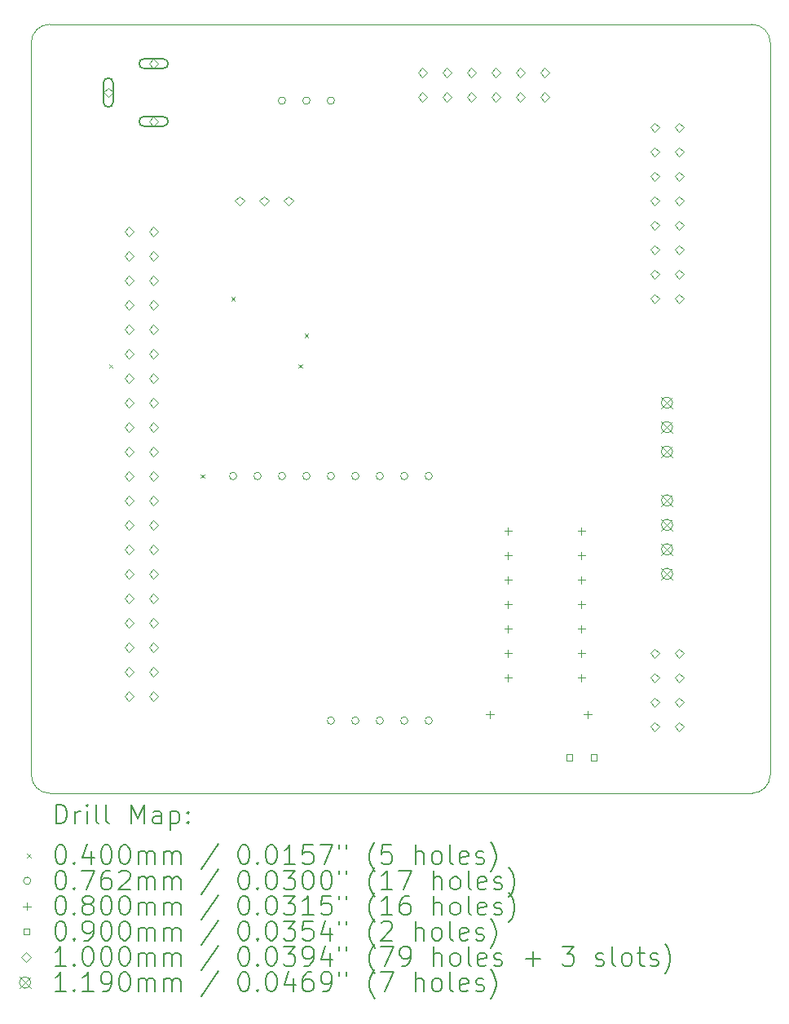
<source format=gbr>
%TF.GenerationSoftware,KiCad,Pcbnew,7.0.7*%
%TF.CreationDate,2023-09-28T16:31:30-05:00*%
%TF.ProjectId,iowa-rover-kiosk-main,696f7761-2d72-46f7-9665-722d6b696f73,rev?*%
%TF.SameCoordinates,Original*%
%TF.FileFunction,Drillmap*%
%TF.FilePolarity,Positive*%
%FSLAX45Y45*%
G04 Gerber Fmt 4.5, Leading zero omitted, Abs format (unit mm)*
G04 Created by KiCad (PCBNEW 7.0.7) date 2023-09-28 16:31:30*
%MOMM*%
%LPD*%
G01*
G04 APERTURE LIST*
%ADD10C,0.100000*%
%ADD11C,0.200000*%
%ADD12C,0.040000*%
%ADD13C,0.076200*%
%ADD14C,0.080000*%
%ADD15C,0.090000*%
%ADD16C,0.119000*%
G04 APERTURE END LIST*
D10*
X3937000Y-4706704D02*
G75*
G03*
X3746500Y-4897204I0J-190500D01*
G01*
X11422296Y-12501796D02*
X11422296Y-4897204D01*
X3937000Y-12692296D02*
X11231796Y-12692296D01*
X3746500Y-4897204D02*
X3746500Y-12501796D01*
X11231796Y-12692296D02*
G75*
G03*
X11422296Y-12501796I4J190496D01*
G01*
X3746504Y-12501796D02*
G75*
G03*
X3937000Y-12692296I190496J-4D01*
G01*
X11231796Y-4706704D02*
X3937000Y-4706704D01*
X11422296Y-4897204D02*
G75*
G03*
X11231796Y-4706704I-190496J4D01*
G01*
D11*
D12*
X4552000Y-8235000D02*
X4592000Y-8275000D01*
X4592000Y-8235000D02*
X4552000Y-8275000D01*
X5504500Y-9378000D02*
X5544500Y-9418000D01*
X5544500Y-9378000D02*
X5504500Y-9418000D01*
X5822000Y-7536500D02*
X5862000Y-7576500D01*
X5862000Y-7536500D02*
X5822000Y-7576500D01*
X6520500Y-8235000D02*
X6560500Y-8275000D01*
X6560500Y-8235000D02*
X6520500Y-8275000D01*
X6584000Y-7917500D02*
X6624000Y-7957500D01*
X6624000Y-7917500D02*
X6584000Y-7957500D01*
D13*
X5880100Y-9398000D02*
G75*
G03*
X5880100Y-9398000I-38100J0D01*
G01*
X6134100Y-9398000D02*
G75*
G03*
X6134100Y-9398000I-38100J0D01*
G01*
X6388100Y-5499100D02*
G75*
G03*
X6388100Y-5499100I-38100J0D01*
G01*
X6388100Y-9398000D02*
G75*
G03*
X6388100Y-9398000I-38100J0D01*
G01*
X6642100Y-5499100D02*
G75*
G03*
X6642100Y-5499100I-38100J0D01*
G01*
X6642100Y-9398000D02*
G75*
G03*
X6642100Y-9398000I-38100J0D01*
G01*
X6896100Y-5499100D02*
G75*
G03*
X6896100Y-5499100I-38100J0D01*
G01*
X6896100Y-9398000D02*
G75*
G03*
X6896100Y-9398000I-38100J0D01*
G01*
X6896100Y-11938000D02*
G75*
G03*
X6896100Y-11938000I-38100J0D01*
G01*
X7150100Y-9398000D02*
G75*
G03*
X7150100Y-9398000I-38100J0D01*
G01*
X7150100Y-11938000D02*
G75*
G03*
X7150100Y-11938000I-38100J0D01*
G01*
X7404100Y-9398000D02*
G75*
G03*
X7404100Y-9398000I-38100J0D01*
G01*
X7404100Y-11938000D02*
G75*
G03*
X7404100Y-11938000I-38100J0D01*
G01*
X7658100Y-9398000D02*
G75*
G03*
X7658100Y-9398000I-38100J0D01*
G01*
X7658100Y-11938000D02*
G75*
G03*
X7658100Y-11938000I-38100J0D01*
G01*
X7912100Y-9398000D02*
G75*
G03*
X7912100Y-9398000I-38100J0D01*
G01*
X7912100Y-11938000D02*
G75*
G03*
X7912100Y-11938000I-38100J0D01*
G01*
D14*
X8509000Y-11834500D02*
X8509000Y-11914500D01*
X8469000Y-11874500D02*
X8549000Y-11874500D01*
X8699500Y-9929500D02*
X8699500Y-10009500D01*
X8659500Y-9969500D02*
X8739500Y-9969500D01*
X8699500Y-10183500D02*
X8699500Y-10263500D01*
X8659500Y-10223500D02*
X8739500Y-10223500D01*
X8699500Y-10437500D02*
X8699500Y-10517500D01*
X8659500Y-10477500D02*
X8739500Y-10477500D01*
X8699500Y-10691500D02*
X8699500Y-10771500D01*
X8659500Y-10731500D02*
X8739500Y-10731500D01*
X8699500Y-10945500D02*
X8699500Y-11025500D01*
X8659500Y-10985500D02*
X8739500Y-10985500D01*
X8699500Y-11199500D02*
X8699500Y-11279500D01*
X8659500Y-11239500D02*
X8739500Y-11239500D01*
X8699500Y-11453500D02*
X8699500Y-11533500D01*
X8659500Y-11493500D02*
X8739500Y-11493500D01*
X9461500Y-9929500D02*
X9461500Y-10009500D01*
X9421500Y-9969500D02*
X9501500Y-9969500D01*
X9461500Y-10183500D02*
X9461500Y-10263500D01*
X9421500Y-10223500D02*
X9501500Y-10223500D01*
X9461500Y-10437500D02*
X9461500Y-10517500D01*
X9421500Y-10477500D02*
X9501500Y-10477500D01*
X9461500Y-10691500D02*
X9461500Y-10771500D01*
X9421500Y-10731500D02*
X9501500Y-10731500D01*
X9461500Y-10945500D02*
X9461500Y-11025500D01*
X9421500Y-10985500D02*
X9501500Y-10985500D01*
X9461500Y-11199500D02*
X9461500Y-11279500D01*
X9421500Y-11239500D02*
X9501500Y-11239500D01*
X9461500Y-11453500D02*
X9461500Y-11533500D01*
X9421500Y-11493500D02*
X9501500Y-11493500D01*
X9525000Y-11834500D02*
X9525000Y-11914500D01*
X9485000Y-11874500D02*
X9565000Y-11874500D01*
D15*
X9366820Y-12350820D02*
X9366820Y-12287180D01*
X9303180Y-12287180D01*
X9303180Y-12350820D01*
X9366820Y-12350820D01*
X9620820Y-12350820D02*
X9620820Y-12287180D01*
X9557180Y-12287180D01*
X9557180Y-12350820D01*
X9620820Y-12350820D01*
D10*
X4546500Y-5465000D02*
X4596500Y-5415000D01*
X4546500Y-5365000D01*
X4496500Y-5415000D01*
X4546500Y-5465000D01*
D11*
X4496500Y-5315000D02*
X4496500Y-5515000D01*
X4496500Y-5515000D02*
G75*
G03*
X4596500Y-5515000I50000J0D01*
G01*
X4596500Y-5515000D02*
X4596500Y-5315000D01*
X4596500Y-5315000D02*
G75*
G03*
X4496500Y-5315000I-50000J0D01*
G01*
D10*
X4762500Y-6908000D02*
X4812500Y-6858000D01*
X4762500Y-6808000D01*
X4712500Y-6858000D01*
X4762500Y-6908000D01*
X4762500Y-7162000D02*
X4812500Y-7112000D01*
X4762500Y-7062000D01*
X4712500Y-7112000D01*
X4762500Y-7162000D01*
X4762500Y-7416000D02*
X4812500Y-7366000D01*
X4762500Y-7316000D01*
X4712500Y-7366000D01*
X4762500Y-7416000D01*
X4762500Y-7670000D02*
X4812500Y-7620000D01*
X4762500Y-7570000D01*
X4712500Y-7620000D01*
X4762500Y-7670000D01*
X4762500Y-7924000D02*
X4812500Y-7874000D01*
X4762500Y-7824000D01*
X4712500Y-7874000D01*
X4762500Y-7924000D01*
X4762500Y-8178000D02*
X4812500Y-8128000D01*
X4762500Y-8078000D01*
X4712500Y-8128000D01*
X4762500Y-8178000D01*
X4762500Y-8432000D02*
X4812500Y-8382000D01*
X4762500Y-8332000D01*
X4712500Y-8382000D01*
X4762500Y-8432000D01*
X4762500Y-8686000D02*
X4812500Y-8636000D01*
X4762500Y-8586000D01*
X4712500Y-8636000D01*
X4762500Y-8686000D01*
X4762500Y-8940000D02*
X4812500Y-8890000D01*
X4762500Y-8840000D01*
X4712500Y-8890000D01*
X4762500Y-8940000D01*
X4762500Y-9194000D02*
X4812500Y-9144000D01*
X4762500Y-9094000D01*
X4712500Y-9144000D01*
X4762500Y-9194000D01*
X4762500Y-9448000D02*
X4812500Y-9398000D01*
X4762500Y-9348000D01*
X4712500Y-9398000D01*
X4762500Y-9448000D01*
X4762500Y-9702000D02*
X4812500Y-9652000D01*
X4762500Y-9602000D01*
X4712500Y-9652000D01*
X4762500Y-9702000D01*
X4762500Y-9956000D02*
X4812500Y-9906000D01*
X4762500Y-9856000D01*
X4712500Y-9906000D01*
X4762500Y-9956000D01*
X4762500Y-10210000D02*
X4812500Y-10160000D01*
X4762500Y-10110000D01*
X4712500Y-10160000D01*
X4762500Y-10210000D01*
X4762500Y-10464000D02*
X4812500Y-10414000D01*
X4762500Y-10364000D01*
X4712500Y-10414000D01*
X4762500Y-10464000D01*
X4762500Y-10718000D02*
X4812500Y-10668000D01*
X4762500Y-10618000D01*
X4712500Y-10668000D01*
X4762500Y-10718000D01*
X4762500Y-10972000D02*
X4812500Y-10922000D01*
X4762500Y-10872000D01*
X4712500Y-10922000D01*
X4762500Y-10972000D01*
X4762500Y-11226000D02*
X4812500Y-11176000D01*
X4762500Y-11126000D01*
X4712500Y-11176000D01*
X4762500Y-11226000D01*
X4762500Y-11480000D02*
X4812500Y-11430000D01*
X4762500Y-11380000D01*
X4712500Y-11430000D01*
X4762500Y-11480000D01*
X4762500Y-11734000D02*
X4812500Y-11684000D01*
X4762500Y-11634000D01*
X4712500Y-11684000D01*
X4762500Y-11734000D01*
X5016500Y-5165000D02*
X5066500Y-5115000D01*
X5016500Y-5065000D01*
X4966500Y-5115000D01*
X5016500Y-5165000D01*
D11*
X5116500Y-5065000D02*
X4916500Y-5065000D01*
X4916500Y-5065000D02*
G75*
G03*
X4916500Y-5165000I0J-50000D01*
G01*
X4916500Y-5165000D02*
X5116500Y-5165000D01*
X5116500Y-5165000D02*
G75*
G03*
X5116500Y-5065000I0J50000D01*
G01*
D10*
X5016500Y-5765000D02*
X5066500Y-5715000D01*
X5016500Y-5665000D01*
X4966500Y-5715000D01*
X5016500Y-5765000D01*
D11*
X5116500Y-5665000D02*
X4916500Y-5665000D01*
X4916500Y-5665000D02*
G75*
G03*
X4916500Y-5765000I0J-50000D01*
G01*
X4916500Y-5765000D02*
X5116500Y-5765000D01*
X5116500Y-5765000D02*
G75*
G03*
X5116500Y-5665000I0J50000D01*
G01*
D10*
X5016500Y-6908000D02*
X5066500Y-6858000D01*
X5016500Y-6808000D01*
X4966500Y-6858000D01*
X5016500Y-6908000D01*
X5016500Y-7162000D02*
X5066500Y-7112000D01*
X5016500Y-7062000D01*
X4966500Y-7112000D01*
X5016500Y-7162000D01*
X5016500Y-7416000D02*
X5066500Y-7366000D01*
X5016500Y-7316000D01*
X4966500Y-7366000D01*
X5016500Y-7416000D01*
X5016500Y-7670000D02*
X5066500Y-7620000D01*
X5016500Y-7570000D01*
X4966500Y-7620000D01*
X5016500Y-7670000D01*
X5016500Y-7924000D02*
X5066500Y-7874000D01*
X5016500Y-7824000D01*
X4966500Y-7874000D01*
X5016500Y-7924000D01*
X5016500Y-8178000D02*
X5066500Y-8128000D01*
X5016500Y-8078000D01*
X4966500Y-8128000D01*
X5016500Y-8178000D01*
X5016500Y-8432000D02*
X5066500Y-8382000D01*
X5016500Y-8332000D01*
X4966500Y-8382000D01*
X5016500Y-8432000D01*
X5016500Y-8686000D02*
X5066500Y-8636000D01*
X5016500Y-8586000D01*
X4966500Y-8636000D01*
X5016500Y-8686000D01*
X5016500Y-8940000D02*
X5066500Y-8890000D01*
X5016500Y-8840000D01*
X4966500Y-8890000D01*
X5016500Y-8940000D01*
X5016500Y-9194000D02*
X5066500Y-9144000D01*
X5016500Y-9094000D01*
X4966500Y-9144000D01*
X5016500Y-9194000D01*
X5016500Y-9448000D02*
X5066500Y-9398000D01*
X5016500Y-9348000D01*
X4966500Y-9398000D01*
X5016500Y-9448000D01*
X5016500Y-9702000D02*
X5066500Y-9652000D01*
X5016500Y-9602000D01*
X4966500Y-9652000D01*
X5016500Y-9702000D01*
X5016500Y-9956000D02*
X5066500Y-9906000D01*
X5016500Y-9856000D01*
X4966500Y-9906000D01*
X5016500Y-9956000D01*
X5016500Y-10210000D02*
X5066500Y-10160000D01*
X5016500Y-10110000D01*
X4966500Y-10160000D01*
X5016500Y-10210000D01*
X5016500Y-10464000D02*
X5066500Y-10414000D01*
X5016500Y-10364000D01*
X4966500Y-10414000D01*
X5016500Y-10464000D01*
X5016500Y-10718000D02*
X5066500Y-10668000D01*
X5016500Y-10618000D01*
X4966500Y-10668000D01*
X5016500Y-10718000D01*
X5016500Y-10972000D02*
X5066500Y-10922000D01*
X5016500Y-10872000D01*
X4966500Y-10922000D01*
X5016500Y-10972000D01*
X5016500Y-11226000D02*
X5066500Y-11176000D01*
X5016500Y-11126000D01*
X4966500Y-11176000D01*
X5016500Y-11226000D01*
X5016500Y-11480000D02*
X5066500Y-11430000D01*
X5016500Y-11380000D01*
X4966500Y-11430000D01*
X5016500Y-11480000D01*
X5016500Y-11734000D02*
X5066500Y-11684000D01*
X5016500Y-11634000D01*
X4966500Y-11684000D01*
X5016500Y-11734000D01*
X5907000Y-6590500D02*
X5957000Y-6540500D01*
X5907000Y-6490500D01*
X5857000Y-6540500D01*
X5907000Y-6590500D01*
X6161000Y-6590500D02*
X6211000Y-6540500D01*
X6161000Y-6490500D01*
X6111000Y-6540500D01*
X6161000Y-6590500D01*
X6415000Y-6590500D02*
X6465000Y-6540500D01*
X6415000Y-6490500D01*
X6365000Y-6540500D01*
X6415000Y-6590500D01*
X7810500Y-5257000D02*
X7860500Y-5207000D01*
X7810500Y-5157000D01*
X7760500Y-5207000D01*
X7810500Y-5257000D01*
X7810500Y-5511000D02*
X7860500Y-5461000D01*
X7810500Y-5411000D01*
X7760500Y-5461000D01*
X7810500Y-5511000D01*
X8064500Y-5257000D02*
X8114500Y-5207000D01*
X8064500Y-5157000D01*
X8014500Y-5207000D01*
X8064500Y-5257000D01*
X8064500Y-5511000D02*
X8114500Y-5461000D01*
X8064500Y-5411000D01*
X8014500Y-5461000D01*
X8064500Y-5511000D01*
X8318500Y-5257000D02*
X8368500Y-5207000D01*
X8318500Y-5157000D01*
X8268500Y-5207000D01*
X8318500Y-5257000D01*
X8318500Y-5511000D02*
X8368500Y-5461000D01*
X8318500Y-5411000D01*
X8268500Y-5461000D01*
X8318500Y-5511000D01*
X8572500Y-5257000D02*
X8622500Y-5207000D01*
X8572500Y-5157000D01*
X8522500Y-5207000D01*
X8572500Y-5257000D01*
X8572500Y-5511000D02*
X8622500Y-5461000D01*
X8572500Y-5411000D01*
X8522500Y-5461000D01*
X8572500Y-5511000D01*
X8826500Y-5257000D02*
X8876500Y-5207000D01*
X8826500Y-5157000D01*
X8776500Y-5207000D01*
X8826500Y-5257000D01*
X8826500Y-5511000D02*
X8876500Y-5461000D01*
X8826500Y-5411000D01*
X8776500Y-5461000D01*
X8826500Y-5511000D01*
X9080500Y-5257000D02*
X9130500Y-5207000D01*
X9080500Y-5157000D01*
X9030500Y-5207000D01*
X9080500Y-5257000D01*
X9080500Y-5511000D02*
X9130500Y-5461000D01*
X9080500Y-5411000D01*
X9030500Y-5461000D01*
X9080500Y-5511000D01*
X10223500Y-5828500D02*
X10273500Y-5778500D01*
X10223500Y-5728500D01*
X10173500Y-5778500D01*
X10223500Y-5828500D01*
X10223500Y-6082500D02*
X10273500Y-6032500D01*
X10223500Y-5982500D01*
X10173500Y-6032500D01*
X10223500Y-6082500D01*
X10223500Y-6336500D02*
X10273500Y-6286500D01*
X10223500Y-6236500D01*
X10173500Y-6286500D01*
X10223500Y-6336500D01*
X10223500Y-6590500D02*
X10273500Y-6540500D01*
X10223500Y-6490500D01*
X10173500Y-6540500D01*
X10223500Y-6590500D01*
X10223500Y-6844500D02*
X10273500Y-6794500D01*
X10223500Y-6744500D01*
X10173500Y-6794500D01*
X10223500Y-6844500D01*
X10223500Y-7098500D02*
X10273500Y-7048500D01*
X10223500Y-6998500D01*
X10173500Y-7048500D01*
X10223500Y-7098500D01*
X10223500Y-7352500D02*
X10273500Y-7302500D01*
X10223500Y-7252500D01*
X10173500Y-7302500D01*
X10223500Y-7352500D01*
X10223500Y-7606500D02*
X10273500Y-7556500D01*
X10223500Y-7506500D01*
X10173500Y-7556500D01*
X10223500Y-7606500D01*
X10223500Y-11289500D02*
X10273500Y-11239500D01*
X10223500Y-11189500D01*
X10173500Y-11239500D01*
X10223500Y-11289500D01*
X10223500Y-11543500D02*
X10273500Y-11493500D01*
X10223500Y-11443500D01*
X10173500Y-11493500D01*
X10223500Y-11543500D01*
X10223500Y-11797500D02*
X10273500Y-11747500D01*
X10223500Y-11697500D01*
X10173500Y-11747500D01*
X10223500Y-11797500D01*
X10223500Y-12051500D02*
X10273500Y-12001500D01*
X10223500Y-11951500D01*
X10173500Y-12001500D01*
X10223500Y-12051500D01*
X10477500Y-5828500D02*
X10527500Y-5778500D01*
X10477500Y-5728500D01*
X10427500Y-5778500D01*
X10477500Y-5828500D01*
X10477500Y-6082500D02*
X10527500Y-6032500D01*
X10477500Y-5982500D01*
X10427500Y-6032500D01*
X10477500Y-6082500D01*
X10477500Y-6336500D02*
X10527500Y-6286500D01*
X10477500Y-6236500D01*
X10427500Y-6286500D01*
X10477500Y-6336500D01*
X10477500Y-6590500D02*
X10527500Y-6540500D01*
X10477500Y-6490500D01*
X10427500Y-6540500D01*
X10477500Y-6590500D01*
X10477500Y-6844500D02*
X10527500Y-6794500D01*
X10477500Y-6744500D01*
X10427500Y-6794500D01*
X10477500Y-6844500D01*
X10477500Y-7098500D02*
X10527500Y-7048500D01*
X10477500Y-6998500D01*
X10427500Y-7048500D01*
X10477500Y-7098500D01*
X10477500Y-7352500D02*
X10527500Y-7302500D01*
X10477500Y-7252500D01*
X10427500Y-7302500D01*
X10477500Y-7352500D01*
X10477500Y-7606500D02*
X10527500Y-7556500D01*
X10477500Y-7506500D01*
X10427500Y-7556500D01*
X10477500Y-7606500D01*
X10477500Y-11289500D02*
X10527500Y-11239500D01*
X10477500Y-11189500D01*
X10427500Y-11239500D01*
X10477500Y-11289500D01*
X10477500Y-11543500D02*
X10527500Y-11493500D01*
X10477500Y-11443500D01*
X10427500Y-11493500D01*
X10477500Y-11543500D01*
X10477500Y-11797500D02*
X10527500Y-11747500D01*
X10477500Y-11697500D01*
X10427500Y-11747500D01*
X10477500Y-11797500D01*
X10477500Y-12051500D02*
X10527500Y-12001500D01*
X10477500Y-11951500D01*
X10427500Y-12001500D01*
X10477500Y-12051500D01*
D16*
X10289000Y-8576500D02*
X10408000Y-8695500D01*
X10408000Y-8576500D02*
X10289000Y-8695500D01*
X10408000Y-8636000D02*
G75*
G03*
X10408000Y-8636000I-59500J0D01*
G01*
X10289000Y-8830500D02*
X10408000Y-8949500D01*
X10408000Y-8830500D02*
X10289000Y-8949500D01*
X10408000Y-8890000D02*
G75*
G03*
X10408000Y-8890000I-59500J0D01*
G01*
X10289000Y-9084500D02*
X10408000Y-9203500D01*
X10408000Y-9084500D02*
X10289000Y-9203500D01*
X10408000Y-9144000D02*
G75*
G03*
X10408000Y-9144000I-59500J0D01*
G01*
X10291000Y-9592500D02*
X10410000Y-9711500D01*
X10410000Y-9592500D02*
X10291000Y-9711500D01*
X10410000Y-9652000D02*
G75*
G03*
X10410000Y-9652000I-59500J0D01*
G01*
X10291000Y-9846500D02*
X10410000Y-9965500D01*
X10410000Y-9846500D02*
X10291000Y-9965500D01*
X10410000Y-9906000D02*
G75*
G03*
X10410000Y-9906000I-59500J0D01*
G01*
X10291000Y-10100500D02*
X10410000Y-10219500D01*
X10410000Y-10100500D02*
X10291000Y-10219500D01*
X10410000Y-10160000D02*
G75*
G03*
X10410000Y-10160000I-59500J0D01*
G01*
X10291000Y-10354500D02*
X10410000Y-10473500D01*
X10410000Y-10354500D02*
X10291000Y-10473500D01*
X10410000Y-10414000D02*
G75*
G03*
X10410000Y-10414000I-59500J0D01*
G01*
D11*
X4002277Y-13008780D02*
X4002277Y-12808780D01*
X4002277Y-12808780D02*
X4049896Y-12808780D01*
X4049896Y-12808780D02*
X4078467Y-12818304D01*
X4078467Y-12818304D02*
X4097515Y-12837351D01*
X4097515Y-12837351D02*
X4107039Y-12856399D01*
X4107039Y-12856399D02*
X4116562Y-12894494D01*
X4116562Y-12894494D02*
X4116562Y-12923066D01*
X4116562Y-12923066D02*
X4107039Y-12961161D01*
X4107039Y-12961161D02*
X4097515Y-12980208D01*
X4097515Y-12980208D02*
X4078467Y-12999256D01*
X4078467Y-12999256D02*
X4049896Y-13008780D01*
X4049896Y-13008780D02*
X4002277Y-13008780D01*
X4202277Y-13008780D02*
X4202277Y-12875447D01*
X4202277Y-12913542D02*
X4211801Y-12894494D01*
X4211801Y-12894494D02*
X4221324Y-12884970D01*
X4221324Y-12884970D02*
X4240372Y-12875447D01*
X4240372Y-12875447D02*
X4259420Y-12875447D01*
X4326086Y-13008780D02*
X4326086Y-12875447D01*
X4326086Y-12808780D02*
X4316563Y-12818304D01*
X4316563Y-12818304D02*
X4326086Y-12827828D01*
X4326086Y-12827828D02*
X4335610Y-12818304D01*
X4335610Y-12818304D02*
X4326086Y-12808780D01*
X4326086Y-12808780D02*
X4326086Y-12827828D01*
X4449896Y-13008780D02*
X4430848Y-12999256D01*
X4430848Y-12999256D02*
X4421324Y-12980208D01*
X4421324Y-12980208D02*
X4421324Y-12808780D01*
X4554658Y-13008780D02*
X4535610Y-12999256D01*
X4535610Y-12999256D02*
X4526086Y-12980208D01*
X4526086Y-12980208D02*
X4526086Y-12808780D01*
X4783229Y-13008780D02*
X4783229Y-12808780D01*
X4783229Y-12808780D02*
X4849896Y-12951637D01*
X4849896Y-12951637D02*
X4916563Y-12808780D01*
X4916563Y-12808780D02*
X4916563Y-13008780D01*
X5097515Y-13008780D02*
X5097515Y-12904018D01*
X5097515Y-12904018D02*
X5087991Y-12884970D01*
X5087991Y-12884970D02*
X5068944Y-12875447D01*
X5068944Y-12875447D02*
X5030848Y-12875447D01*
X5030848Y-12875447D02*
X5011801Y-12884970D01*
X5097515Y-12999256D02*
X5078467Y-13008780D01*
X5078467Y-13008780D02*
X5030848Y-13008780D01*
X5030848Y-13008780D02*
X5011801Y-12999256D01*
X5011801Y-12999256D02*
X5002277Y-12980208D01*
X5002277Y-12980208D02*
X5002277Y-12961161D01*
X5002277Y-12961161D02*
X5011801Y-12942113D01*
X5011801Y-12942113D02*
X5030848Y-12932589D01*
X5030848Y-12932589D02*
X5078467Y-12932589D01*
X5078467Y-12932589D02*
X5097515Y-12923066D01*
X5192753Y-12875447D02*
X5192753Y-13075447D01*
X5192753Y-12884970D02*
X5211801Y-12875447D01*
X5211801Y-12875447D02*
X5249896Y-12875447D01*
X5249896Y-12875447D02*
X5268944Y-12884970D01*
X5268944Y-12884970D02*
X5278467Y-12894494D01*
X5278467Y-12894494D02*
X5287991Y-12913542D01*
X5287991Y-12913542D02*
X5287991Y-12970685D01*
X5287991Y-12970685D02*
X5278467Y-12989732D01*
X5278467Y-12989732D02*
X5268944Y-12999256D01*
X5268944Y-12999256D02*
X5249896Y-13008780D01*
X5249896Y-13008780D02*
X5211801Y-13008780D01*
X5211801Y-13008780D02*
X5192753Y-12999256D01*
X5373705Y-12989732D02*
X5383229Y-12999256D01*
X5383229Y-12999256D02*
X5373705Y-13008780D01*
X5373705Y-13008780D02*
X5364182Y-12999256D01*
X5364182Y-12999256D02*
X5373705Y-12989732D01*
X5373705Y-12989732D02*
X5373705Y-13008780D01*
X5373705Y-12884970D02*
X5383229Y-12894494D01*
X5383229Y-12894494D02*
X5373705Y-12904018D01*
X5373705Y-12904018D02*
X5364182Y-12894494D01*
X5364182Y-12894494D02*
X5373705Y-12884970D01*
X5373705Y-12884970D02*
X5373705Y-12904018D01*
D12*
X3701500Y-13317296D02*
X3741500Y-13357296D01*
X3741500Y-13317296D02*
X3701500Y-13357296D01*
D11*
X4040372Y-13228780D02*
X4059420Y-13228780D01*
X4059420Y-13228780D02*
X4078467Y-13238304D01*
X4078467Y-13238304D02*
X4087991Y-13247828D01*
X4087991Y-13247828D02*
X4097515Y-13266875D01*
X4097515Y-13266875D02*
X4107039Y-13304970D01*
X4107039Y-13304970D02*
X4107039Y-13352589D01*
X4107039Y-13352589D02*
X4097515Y-13390685D01*
X4097515Y-13390685D02*
X4087991Y-13409732D01*
X4087991Y-13409732D02*
X4078467Y-13419256D01*
X4078467Y-13419256D02*
X4059420Y-13428780D01*
X4059420Y-13428780D02*
X4040372Y-13428780D01*
X4040372Y-13428780D02*
X4021324Y-13419256D01*
X4021324Y-13419256D02*
X4011801Y-13409732D01*
X4011801Y-13409732D02*
X4002277Y-13390685D01*
X4002277Y-13390685D02*
X3992753Y-13352589D01*
X3992753Y-13352589D02*
X3992753Y-13304970D01*
X3992753Y-13304970D02*
X4002277Y-13266875D01*
X4002277Y-13266875D02*
X4011801Y-13247828D01*
X4011801Y-13247828D02*
X4021324Y-13238304D01*
X4021324Y-13238304D02*
X4040372Y-13228780D01*
X4192753Y-13409732D02*
X4202277Y-13419256D01*
X4202277Y-13419256D02*
X4192753Y-13428780D01*
X4192753Y-13428780D02*
X4183229Y-13419256D01*
X4183229Y-13419256D02*
X4192753Y-13409732D01*
X4192753Y-13409732D02*
X4192753Y-13428780D01*
X4373705Y-13295447D02*
X4373705Y-13428780D01*
X4326086Y-13219256D02*
X4278467Y-13362113D01*
X4278467Y-13362113D02*
X4402277Y-13362113D01*
X4516563Y-13228780D02*
X4535610Y-13228780D01*
X4535610Y-13228780D02*
X4554658Y-13238304D01*
X4554658Y-13238304D02*
X4564182Y-13247828D01*
X4564182Y-13247828D02*
X4573705Y-13266875D01*
X4573705Y-13266875D02*
X4583229Y-13304970D01*
X4583229Y-13304970D02*
X4583229Y-13352589D01*
X4583229Y-13352589D02*
X4573705Y-13390685D01*
X4573705Y-13390685D02*
X4564182Y-13409732D01*
X4564182Y-13409732D02*
X4554658Y-13419256D01*
X4554658Y-13419256D02*
X4535610Y-13428780D01*
X4535610Y-13428780D02*
X4516563Y-13428780D01*
X4516563Y-13428780D02*
X4497515Y-13419256D01*
X4497515Y-13419256D02*
X4487991Y-13409732D01*
X4487991Y-13409732D02*
X4478467Y-13390685D01*
X4478467Y-13390685D02*
X4468944Y-13352589D01*
X4468944Y-13352589D02*
X4468944Y-13304970D01*
X4468944Y-13304970D02*
X4478467Y-13266875D01*
X4478467Y-13266875D02*
X4487991Y-13247828D01*
X4487991Y-13247828D02*
X4497515Y-13238304D01*
X4497515Y-13238304D02*
X4516563Y-13228780D01*
X4707039Y-13228780D02*
X4726086Y-13228780D01*
X4726086Y-13228780D02*
X4745134Y-13238304D01*
X4745134Y-13238304D02*
X4754658Y-13247828D01*
X4754658Y-13247828D02*
X4764182Y-13266875D01*
X4764182Y-13266875D02*
X4773705Y-13304970D01*
X4773705Y-13304970D02*
X4773705Y-13352589D01*
X4773705Y-13352589D02*
X4764182Y-13390685D01*
X4764182Y-13390685D02*
X4754658Y-13409732D01*
X4754658Y-13409732D02*
X4745134Y-13419256D01*
X4745134Y-13419256D02*
X4726086Y-13428780D01*
X4726086Y-13428780D02*
X4707039Y-13428780D01*
X4707039Y-13428780D02*
X4687991Y-13419256D01*
X4687991Y-13419256D02*
X4678467Y-13409732D01*
X4678467Y-13409732D02*
X4668944Y-13390685D01*
X4668944Y-13390685D02*
X4659420Y-13352589D01*
X4659420Y-13352589D02*
X4659420Y-13304970D01*
X4659420Y-13304970D02*
X4668944Y-13266875D01*
X4668944Y-13266875D02*
X4678467Y-13247828D01*
X4678467Y-13247828D02*
X4687991Y-13238304D01*
X4687991Y-13238304D02*
X4707039Y-13228780D01*
X4859420Y-13428780D02*
X4859420Y-13295447D01*
X4859420Y-13314494D02*
X4868944Y-13304970D01*
X4868944Y-13304970D02*
X4887991Y-13295447D01*
X4887991Y-13295447D02*
X4916563Y-13295447D01*
X4916563Y-13295447D02*
X4935610Y-13304970D01*
X4935610Y-13304970D02*
X4945134Y-13324018D01*
X4945134Y-13324018D02*
X4945134Y-13428780D01*
X4945134Y-13324018D02*
X4954658Y-13304970D01*
X4954658Y-13304970D02*
X4973705Y-13295447D01*
X4973705Y-13295447D02*
X5002277Y-13295447D01*
X5002277Y-13295447D02*
X5021325Y-13304970D01*
X5021325Y-13304970D02*
X5030848Y-13324018D01*
X5030848Y-13324018D02*
X5030848Y-13428780D01*
X5126086Y-13428780D02*
X5126086Y-13295447D01*
X5126086Y-13314494D02*
X5135610Y-13304970D01*
X5135610Y-13304970D02*
X5154658Y-13295447D01*
X5154658Y-13295447D02*
X5183229Y-13295447D01*
X5183229Y-13295447D02*
X5202277Y-13304970D01*
X5202277Y-13304970D02*
X5211801Y-13324018D01*
X5211801Y-13324018D02*
X5211801Y-13428780D01*
X5211801Y-13324018D02*
X5221325Y-13304970D01*
X5221325Y-13304970D02*
X5240372Y-13295447D01*
X5240372Y-13295447D02*
X5268944Y-13295447D01*
X5268944Y-13295447D02*
X5287991Y-13304970D01*
X5287991Y-13304970D02*
X5297515Y-13324018D01*
X5297515Y-13324018D02*
X5297515Y-13428780D01*
X5687991Y-13219256D02*
X5516563Y-13476399D01*
X5945134Y-13228780D02*
X5964182Y-13228780D01*
X5964182Y-13228780D02*
X5983229Y-13238304D01*
X5983229Y-13238304D02*
X5992753Y-13247828D01*
X5992753Y-13247828D02*
X6002277Y-13266875D01*
X6002277Y-13266875D02*
X6011801Y-13304970D01*
X6011801Y-13304970D02*
X6011801Y-13352589D01*
X6011801Y-13352589D02*
X6002277Y-13390685D01*
X6002277Y-13390685D02*
X5992753Y-13409732D01*
X5992753Y-13409732D02*
X5983229Y-13419256D01*
X5983229Y-13419256D02*
X5964182Y-13428780D01*
X5964182Y-13428780D02*
X5945134Y-13428780D01*
X5945134Y-13428780D02*
X5926086Y-13419256D01*
X5926086Y-13419256D02*
X5916563Y-13409732D01*
X5916563Y-13409732D02*
X5907039Y-13390685D01*
X5907039Y-13390685D02*
X5897515Y-13352589D01*
X5897515Y-13352589D02*
X5897515Y-13304970D01*
X5897515Y-13304970D02*
X5907039Y-13266875D01*
X5907039Y-13266875D02*
X5916563Y-13247828D01*
X5916563Y-13247828D02*
X5926086Y-13238304D01*
X5926086Y-13238304D02*
X5945134Y-13228780D01*
X6097515Y-13409732D02*
X6107039Y-13419256D01*
X6107039Y-13419256D02*
X6097515Y-13428780D01*
X6097515Y-13428780D02*
X6087991Y-13419256D01*
X6087991Y-13419256D02*
X6097515Y-13409732D01*
X6097515Y-13409732D02*
X6097515Y-13428780D01*
X6230848Y-13228780D02*
X6249896Y-13228780D01*
X6249896Y-13228780D02*
X6268944Y-13238304D01*
X6268944Y-13238304D02*
X6278467Y-13247828D01*
X6278467Y-13247828D02*
X6287991Y-13266875D01*
X6287991Y-13266875D02*
X6297515Y-13304970D01*
X6297515Y-13304970D02*
X6297515Y-13352589D01*
X6297515Y-13352589D02*
X6287991Y-13390685D01*
X6287991Y-13390685D02*
X6278467Y-13409732D01*
X6278467Y-13409732D02*
X6268944Y-13419256D01*
X6268944Y-13419256D02*
X6249896Y-13428780D01*
X6249896Y-13428780D02*
X6230848Y-13428780D01*
X6230848Y-13428780D02*
X6211801Y-13419256D01*
X6211801Y-13419256D02*
X6202277Y-13409732D01*
X6202277Y-13409732D02*
X6192753Y-13390685D01*
X6192753Y-13390685D02*
X6183229Y-13352589D01*
X6183229Y-13352589D02*
X6183229Y-13304970D01*
X6183229Y-13304970D02*
X6192753Y-13266875D01*
X6192753Y-13266875D02*
X6202277Y-13247828D01*
X6202277Y-13247828D02*
X6211801Y-13238304D01*
X6211801Y-13238304D02*
X6230848Y-13228780D01*
X6487991Y-13428780D02*
X6373706Y-13428780D01*
X6430848Y-13428780D02*
X6430848Y-13228780D01*
X6430848Y-13228780D02*
X6411801Y-13257351D01*
X6411801Y-13257351D02*
X6392753Y-13276399D01*
X6392753Y-13276399D02*
X6373706Y-13285923D01*
X6668944Y-13228780D02*
X6573706Y-13228780D01*
X6573706Y-13228780D02*
X6564182Y-13324018D01*
X6564182Y-13324018D02*
X6573706Y-13314494D01*
X6573706Y-13314494D02*
X6592753Y-13304970D01*
X6592753Y-13304970D02*
X6640372Y-13304970D01*
X6640372Y-13304970D02*
X6659420Y-13314494D01*
X6659420Y-13314494D02*
X6668944Y-13324018D01*
X6668944Y-13324018D02*
X6678467Y-13343066D01*
X6678467Y-13343066D02*
X6678467Y-13390685D01*
X6678467Y-13390685D02*
X6668944Y-13409732D01*
X6668944Y-13409732D02*
X6659420Y-13419256D01*
X6659420Y-13419256D02*
X6640372Y-13428780D01*
X6640372Y-13428780D02*
X6592753Y-13428780D01*
X6592753Y-13428780D02*
X6573706Y-13419256D01*
X6573706Y-13419256D02*
X6564182Y-13409732D01*
X6745134Y-13228780D02*
X6878467Y-13228780D01*
X6878467Y-13228780D02*
X6792753Y-13428780D01*
X6945134Y-13228780D02*
X6945134Y-13266875D01*
X7021325Y-13228780D02*
X7021325Y-13266875D01*
X7316563Y-13504970D02*
X7307039Y-13495447D01*
X7307039Y-13495447D02*
X7287991Y-13466875D01*
X7287991Y-13466875D02*
X7278468Y-13447828D01*
X7278468Y-13447828D02*
X7268944Y-13419256D01*
X7268944Y-13419256D02*
X7259420Y-13371637D01*
X7259420Y-13371637D02*
X7259420Y-13333542D01*
X7259420Y-13333542D02*
X7268944Y-13285923D01*
X7268944Y-13285923D02*
X7278468Y-13257351D01*
X7278468Y-13257351D02*
X7287991Y-13238304D01*
X7287991Y-13238304D02*
X7307039Y-13209732D01*
X7307039Y-13209732D02*
X7316563Y-13200208D01*
X7487991Y-13228780D02*
X7392753Y-13228780D01*
X7392753Y-13228780D02*
X7383229Y-13324018D01*
X7383229Y-13324018D02*
X7392753Y-13314494D01*
X7392753Y-13314494D02*
X7411801Y-13304970D01*
X7411801Y-13304970D02*
X7459420Y-13304970D01*
X7459420Y-13304970D02*
X7478468Y-13314494D01*
X7478468Y-13314494D02*
X7487991Y-13324018D01*
X7487991Y-13324018D02*
X7497515Y-13343066D01*
X7497515Y-13343066D02*
X7497515Y-13390685D01*
X7497515Y-13390685D02*
X7487991Y-13409732D01*
X7487991Y-13409732D02*
X7478468Y-13419256D01*
X7478468Y-13419256D02*
X7459420Y-13428780D01*
X7459420Y-13428780D02*
X7411801Y-13428780D01*
X7411801Y-13428780D02*
X7392753Y-13419256D01*
X7392753Y-13419256D02*
X7383229Y-13409732D01*
X7735610Y-13428780D02*
X7735610Y-13228780D01*
X7821325Y-13428780D02*
X7821325Y-13324018D01*
X7821325Y-13324018D02*
X7811801Y-13304970D01*
X7811801Y-13304970D02*
X7792753Y-13295447D01*
X7792753Y-13295447D02*
X7764182Y-13295447D01*
X7764182Y-13295447D02*
X7745134Y-13304970D01*
X7745134Y-13304970D02*
X7735610Y-13314494D01*
X7945134Y-13428780D02*
X7926087Y-13419256D01*
X7926087Y-13419256D02*
X7916563Y-13409732D01*
X7916563Y-13409732D02*
X7907039Y-13390685D01*
X7907039Y-13390685D02*
X7907039Y-13333542D01*
X7907039Y-13333542D02*
X7916563Y-13314494D01*
X7916563Y-13314494D02*
X7926087Y-13304970D01*
X7926087Y-13304970D02*
X7945134Y-13295447D01*
X7945134Y-13295447D02*
X7973706Y-13295447D01*
X7973706Y-13295447D02*
X7992753Y-13304970D01*
X7992753Y-13304970D02*
X8002277Y-13314494D01*
X8002277Y-13314494D02*
X8011801Y-13333542D01*
X8011801Y-13333542D02*
X8011801Y-13390685D01*
X8011801Y-13390685D02*
X8002277Y-13409732D01*
X8002277Y-13409732D02*
X7992753Y-13419256D01*
X7992753Y-13419256D02*
X7973706Y-13428780D01*
X7973706Y-13428780D02*
X7945134Y-13428780D01*
X8126087Y-13428780D02*
X8107039Y-13419256D01*
X8107039Y-13419256D02*
X8097515Y-13400208D01*
X8097515Y-13400208D02*
X8097515Y-13228780D01*
X8278468Y-13419256D02*
X8259420Y-13428780D01*
X8259420Y-13428780D02*
X8221325Y-13428780D01*
X8221325Y-13428780D02*
X8202277Y-13419256D01*
X8202277Y-13419256D02*
X8192753Y-13400208D01*
X8192753Y-13400208D02*
X8192753Y-13324018D01*
X8192753Y-13324018D02*
X8202277Y-13304970D01*
X8202277Y-13304970D02*
X8221325Y-13295447D01*
X8221325Y-13295447D02*
X8259420Y-13295447D01*
X8259420Y-13295447D02*
X8278468Y-13304970D01*
X8278468Y-13304970D02*
X8287991Y-13324018D01*
X8287991Y-13324018D02*
X8287991Y-13343066D01*
X8287991Y-13343066D02*
X8192753Y-13362113D01*
X8364182Y-13419256D02*
X8383230Y-13428780D01*
X8383230Y-13428780D02*
X8421325Y-13428780D01*
X8421325Y-13428780D02*
X8440373Y-13419256D01*
X8440373Y-13419256D02*
X8449896Y-13400208D01*
X8449896Y-13400208D02*
X8449896Y-13390685D01*
X8449896Y-13390685D02*
X8440373Y-13371637D01*
X8440373Y-13371637D02*
X8421325Y-13362113D01*
X8421325Y-13362113D02*
X8392753Y-13362113D01*
X8392753Y-13362113D02*
X8373706Y-13352589D01*
X8373706Y-13352589D02*
X8364182Y-13333542D01*
X8364182Y-13333542D02*
X8364182Y-13324018D01*
X8364182Y-13324018D02*
X8373706Y-13304970D01*
X8373706Y-13304970D02*
X8392753Y-13295447D01*
X8392753Y-13295447D02*
X8421325Y-13295447D01*
X8421325Y-13295447D02*
X8440373Y-13304970D01*
X8516563Y-13504970D02*
X8526087Y-13495447D01*
X8526087Y-13495447D02*
X8545134Y-13466875D01*
X8545134Y-13466875D02*
X8554658Y-13447828D01*
X8554658Y-13447828D02*
X8564182Y-13419256D01*
X8564182Y-13419256D02*
X8573706Y-13371637D01*
X8573706Y-13371637D02*
X8573706Y-13333542D01*
X8573706Y-13333542D02*
X8564182Y-13285923D01*
X8564182Y-13285923D02*
X8554658Y-13257351D01*
X8554658Y-13257351D02*
X8545134Y-13238304D01*
X8545134Y-13238304D02*
X8526087Y-13209732D01*
X8526087Y-13209732D02*
X8516563Y-13200208D01*
D13*
X3741500Y-13601296D02*
G75*
G03*
X3741500Y-13601296I-38100J0D01*
G01*
D11*
X4040372Y-13492780D02*
X4059420Y-13492780D01*
X4059420Y-13492780D02*
X4078467Y-13502304D01*
X4078467Y-13502304D02*
X4087991Y-13511828D01*
X4087991Y-13511828D02*
X4097515Y-13530875D01*
X4097515Y-13530875D02*
X4107039Y-13568970D01*
X4107039Y-13568970D02*
X4107039Y-13616589D01*
X4107039Y-13616589D02*
X4097515Y-13654685D01*
X4097515Y-13654685D02*
X4087991Y-13673732D01*
X4087991Y-13673732D02*
X4078467Y-13683256D01*
X4078467Y-13683256D02*
X4059420Y-13692780D01*
X4059420Y-13692780D02*
X4040372Y-13692780D01*
X4040372Y-13692780D02*
X4021324Y-13683256D01*
X4021324Y-13683256D02*
X4011801Y-13673732D01*
X4011801Y-13673732D02*
X4002277Y-13654685D01*
X4002277Y-13654685D02*
X3992753Y-13616589D01*
X3992753Y-13616589D02*
X3992753Y-13568970D01*
X3992753Y-13568970D02*
X4002277Y-13530875D01*
X4002277Y-13530875D02*
X4011801Y-13511828D01*
X4011801Y-13511828D02*
X4021324Y-13502304D01*
X4021324Y-13502304D02*
X4040372Y-13492780D01*
X4192753Y-13673732D02*
X4202277Y-13683256D01*
X4202277Y-13683256D02*
X4192753Y-13692780D01*
X4192753Y-13692780D02*
X4183229Y-13683256D01*
X4183229Y-13683256D02*
X4192753Y-13673732D01*
X4192753Y-13673732D02*
X4192753Y-13692780D01*
X4268944Y-13492780D02*
X4402277Y-13492780D01*
X4402277Y-13492780D02*
X4316563Y-13692780D01*
X4564182Y-13492780D02*
X4526086Y-13492780D01*
X4526086Y-13492780D02*
X4507039Y-13502304D01*
X4507039Y-13502304D02*
X4497515Y-13511828D01*
X4497515Y-13511828D02*
X4478467Y-13540399D01*
X4478467Y-13540399D02*
X4468944Y-13578494D01*
X4468944Y-13578494D02*
X4468944Y-13654685D01*
X4468944Y-13654685D02*
X4478467Y-13673732D01*
X4478467Y-13673732D02*
X4487991Y-13683256D01*
X4487991Y-13683256D02*
X4507039Y-13692780D01*
X4507039Y-13692780D02*
X4545134Y-13692780D01*
X4545134Y-13692780D02*
X4564182Y-13683256D01*
X4564182Y-13683256D02*
X4573705Y-13673732D01*
X4573705Y-13673732D02*
X4583229Y-13654685D01*
X4583229Y-13654685D02*
X4583229Y-13607066D01*
X4583229Y-13607066D02*
X4573705Y-13588018D01*
X4573705Y-13588018D02*
X4564182Y-13578494D01*
X4564182Y-13578494D02*
X4545134Y-13568970D01*
X4545134Y-13568970D02*
X4507039Y-13568970D01*
X4507039Y-13568970D02*
X4487991Y-13578494D01*
X4487991Y-13578494D02*
X4478467Y-13588018D01*
X4478467Y-13588018D02*
X4468944Y-13607066D01*
X4659420Y-13511828D02*
X4668944Y-13502304D01*
X4668944Y-13502304D02*
X4687991Y-13492780D01*
X4687991Y-13492780D02*
X4735610Y-13492780D01*
X4735610Y-13492780D02*
X4754658Y-13502304D01*
X4754658Y-13502304D02*
X4764182Y-13511828D01*
X4764182Y-13511828D02*
X4773705Y-13530875D01*
X4773705Y-13530875D02*
X4773705Y-13549923D01*
X4773705Y-13549923D02*
X4764182Y-13578494D01*
X4764182Y-13578494D02*
X4649896Y-13692780D01*
X4649896Y-13692780D02*
X4773705Y-13692780D01*
X4859420Y-13692780D02*
X4859420Y-13559447D01*
X4859420Y-13578494D02*
X4868944Y-13568970D01*
X4868944Y-13568970D02*
X4887991Y-13559447D01*
X4887991Y-13559447D02*
X4916563Y-13559447D01*
X4916563Y-13559447D02*
X4935610Y-13568970D01*
X4935610Y-13568970D02*
X4945134Y-13588018D01*
X4945134Y-13588018D02*
X4945134Y-13692780D01*
X4945134Y-13588018D02*
X4954658Y-13568970D01*
X4954658Y-13568970D02*
X4973705Y-13559447D01*
X4973705Y-13559447D02*
X5002277Y-13559447D01*
X5002277Y-13559447D02*
X5021325Y-13568970D01*
X5021325Y-13568970D02*
X5030848Y-13588018D01*
X5030848Y-13588018D02*
X5030848Y-13692780D01*
X5126086Y-13692780D02*
X5126086Y-13559447D01*
X5126086Y-13578494D02*
X5135610Y-13568970D01*
X5135610Y-13568970D02*
X5154658Y-13559447D01*
X5154658Y-13559447D02*
X5183229Y-13559447D01*
X5183229Y-13559447D02*
X5202277Y-13568970D01*
X5202277Y-13568970D02*
X5211801Y-13588018D01*
X5211801Y-13588018D02*
X5211801Y-13692780D01*
X5211801Y-13588018D02*
X5221325Y-13568970D01*
X5221325Y-13568970D02*
X5240372Y-13559447D01*
X5240372Y-13559447D02*
X5268944Y-13559447D01*
X5268944Y-13559447D02*
X5287991Y-13568970D01*
X5287991Y-13568970D02*
X5297515Y-13588018D01*
X5297515Y-13588018D02*
X5297515Y-13692780D01*
X5687991Y-13483256D02*
X5516563Y-13740399D01*
X5945134Y-13492780D02*
X5964182Y-13492780D01*
X5964182Y-13492780D02*
X5983229Y-13502304D01*
X5983229Y-13502304D02*
X5992753Y-13511828D01*
X5992753Y-13511828D02*
X6002277Y-13530875D01*
X6002277Y-13530875D02*
X6011801Y-13568970D01*
X6011801Y-13568970D02*
X6011801Y-13616589D01*
X6011801Y-13616589D02*
X6002277Y-13654685D01*
X6002277Y-13654685D02*
X5992753Y-13673732D01*
X5992753Y-13673732D02*
X5983229Y-13683256D01*
X5983229Y-13683256D02*
X5964182Y-13692780D01*
X5964182Y-13692780D02*
X5945134Y-13692780D01*
X5945134Y-13692780D02*
X5926086Y-13683256D01*
X5926086Y-13683256D02*
X5916563Y-13673732D01*
X5916563Y-13673732D02*
X5907039Y-13654685D01*
X5907039Y-13654685D02*
X5897515Y-13616589D01*
X5897515Y-13616589D02*
X5897515Y-13568970D01*
X5897515Y-13568970D02*
X5907039Y-13530875D01*
X5907039Y-13530875D02*
X5916563Y-13511828D01*
X5916563Y-13511828D02*
X5926086Y-13502304D01*
X5926086Y-13502304D02*
X5945134Y-13492780D01*
X6097515Y-13673732D02*
X6107039Y-13683256D01*
X6107039Y-13683256D02*
X6097515Y-13692780D01*
X6097515Y-13692780D02*
X6087991Y-13683256D01*
X6087991Y-13683256D02*
X6097515Y-13673732D01*
X6097515Y-13673732D02*
X6097515Y-13692780D01*
X6230848Y-13492780D02*
X6249896Y-13492780D01*
X6249896Y-13492780D02*
X6268944Y-13502304D01*
X6268944Y-13502304D02*
X6278467Y-13511828D01*
X6278467Y-13511828D02*
X6287991Y-13530875D01*
X6287991Y-13530875D02*
X6297515Y-13568970D01*
X6297515Y-13568970D02*
X6297515Y-13616589D01*
X6297515Y-13616589D02*
X6287991Y-13654685D01*
X6287991Y-13654685D02*
X6278467Y-13673732D01*
X6278467Y-13673732D02*
X6268944Y-13683256D01*
X6268944Y-13683256D02*
X6249896Y-13692780D01*
X6249896Y-13692780D02*
X6230848Y-13692780D01*
X6230848Y-13692780D02*
X6211801Y-13683256D01*
X6211801Y-13683256D02*
X6202277Y-13673732D01*
X6202277Y-13673732D02*
X6192753Y-13654685D01*
X6192753Y-13654685D02*
X6183229Y-13616589D01*
X6183229Y-13616589D02*
X6183229Y-13568970D01*
X6183229Y-13568970D02*
X6192753Y-13530875D01*
X6192753Y-13530875D02*
X6202277Y-13511828D01*
X6202277Y-13511828D02*
X6211801Y-13502304D01*
X6211801Y-13502304D02*
X6230848Y-13492780D01*
X6364182Y-13492780D02*
X6487991Y-13492780D01*
X6487991Y-13492780D02*
X6421325Y-13568970D01*
X6421325Y-13568970D02*
X6449896Y-13568970D01*
X6449896Y-13568970D02*
X6468944Y-13578494D01*
X6468944Y-13578494D02*
X6478467Y-13588018D01*
X6478467Y-13588018D02*
X6487991Y-13607066D01*
X6487991Y-13607066D02*
X6487991Y-13654685D01*
X6487991Y-13654685D02*
X6478467Y-13673732D01*
X6478467Y-13673732D02*
X6468944Y-13683256D01*
X6468944Y-13683256D02*
X6449896Y-13692780D01*
X6449896Y-13692780D02*
X6392753Y-13692780D01*
X6392753Y-13692780D02*
X6373706Y-13683256D01*
X6373706Y-13683256D02*
X6364182Y-13673732D01*
X6611801Y-13492780D02*
X6630848Y-13492780D01*
X6630848Y-13492780D02*
X6649896Y-13502304D01*
X6649896Y-13502304D02*
X6659420Y-13511828D01*
X6659420Y-13511828D02*
X6668944Y-13530875D01*
X6668944Y-13530875D02*
X6678467Y-13568970D01*
X6678467Y-13568970D02*
X6678467Y-13616589D01*
X6678467Y-13616589D02*
X6668944Y-13654685D01*
X6668944Y-13654685D02*
X6659420Y-13673732D01*
X6659420Y-13673732D02*
X6649896Y-13683256D01*
X6649896Y-13683256D02*
X6630848Y-13692780D01*
X6630848Y-13692780D02*
X6611801Y-13692780D01*
X6611801Y-13692780D02*
X6592753Y-13683256D01*
X6592753Y-13683256D02*
X6583229Y-13673732D01*
X6583229Y-13673732D02*
X6573706Y-13654685D01*
X6573706Y-13654685D02*
X6564182Y-13616589D01*
X6564182Y-13616589D02*
X6564182Y-13568970D01*
X6564182Y-13568970D02*
X6573706Y-13530875D01*
X6573706Y-13530875D02*
X6583229Y-13511828D01*
X6583229Y-13511828D02*
X6592753Y-13502304D01*
X6592753Y-13502304D02*
X6611801Y-13492780D01*
X6802277Y-13492780D02*
X6821325Y-13492780D01*
X6821325Y-13492780D02*
X6840372Y-13502304D01*
X6840372Y-13502304D02*
X6849896Y-13511828D01*
X6849896Y-13511828D02*
X6859420Y-13530875D01*
X6859420Y-13530875D02*
X6868944Y-13568970D01*
X6868944Y-13568970D02*
X6868944Y-13616589D01*
X6868944Y-13616589D02*
X6859420Y-13654685D01*
X6859420Y-13654685D02*
X6849896Y-13673732D01*
X6849896Y-13673732D02*
X6840372Y-13683256D01*
X6840372Y-13683256D02*
X6821325Y-13692780D01*
X6821325Y-13692780D02*
X6802277Y-13692780D01*
X6802277Y-13692780D02*
X6783229Y-13683256D01*
X6783229Y-13683256D02*
X6773706Y-13673732D01*
X6773706Y-13673732D02*
X6764182Y-13654685D01*
X6764182Y-13654685D02*
X6754658Y-13616589D01*
X6754658Y-13616589D02*
X6754658Y-13568970D01*
X6754658Y-13568970D02*
X6764182Y-13530875D01*
X6764182Y-13530875D02*
X6773706Y-13511828D01*
X6773706Y-13511828D02*
X6783229Y-13502304D01*
X6783229Y-13502304D02*
X6802277Y-13492780D01*
X6945134Y-13492780D02*
X6945134Y-13530875D01*
X7021325Y-13492780D02*
X7021325Y-13530875D01*
X7316563Y-13768970D02*
X7307039Y-13759447D01*
X7307039Y-13759447D02*
X7287991Y-13730875D01*
X7287991Y-13730875D02*
X7278468Y-13711828D01*
X7278468Y-13711828D02*
X7268944Y-13683256D01*
X7268944Y-13683256D02*
X7259420Y-13635637D01*
X7259420Y-13635637D02*
X7259420Y-13597542D01*
X7259420Y-13597542D02*
X7268944Y-13549923D01*
X7268944Y-13549923D02*
X7278468Y-13521351D01*
X7278468Y-13521351D02*
X7287991Y-13502304D01*
X7287991Y-13502304D02*
X7307039Y-13473732D01*
X7307039Y-13473732D02*
X7316563Y-13464208D01*
X7497515Y-13692780D02*
X7383229Y-13692780D01*
X7440372Y-13692780D02*
X7440372Y-13492780D01*
X7440372Y-13492780D02*
X7421325Y-13521351D01*
X7421325Y-13521351D02*
X7402277Y-13540399D01*
X7402277Y-13540399D02*
X7383229Y-13549923D01*
X7564182Y-13492780D02*
X7697515Y-13492780D01*
X7697515Y-13492780D02*
X7611801Y-13692780D01*
X7926087Y-13692780D02*
X7926087Y-13492780D01*
X8011801Y-13692780D02*
X8011801Y-13588018D01*
X8011801Y-13588018D02*
X8002277Y-13568970D01*
X8002277Y-13568970D02*
X7983230Y-13559447D01*
X7983230Y-13559447D02*
X7954658Y-13559447D01*
X7954658Y-13559447D02*
X7935610Y-13568970D01*
X7935610Y-13568970D02*
X7926087Y-13578494D01*
X8135610Y-13692780D02*
X8116563Y-13683256D01*
X8116563Y-13683256D02*
X8107039Y-13673732D01*
X8107039Y-13673732D02*
X8097515Y-13654685D01*
X8097515Y-13654685D02*
X8097515Y-13597542D01*
X8097515Y-13597542D02*
X8107039Y-13578494D01*
X8107039Y-13578494D02*
X8116563Y-13568970D01*
X8116563Y-13568970D02*
X8135610Y-13559447D01*
X8135610Y-13559447D02*
X8164182Y-13559447D01*
X8164182Y-13559447D02*
X8183230Y-13568970D01*
X8183230Y-13568970D02*
X8192753Y-13578494D01*
X8192753Y-13578494D02*
X8202277Y-13597542D01*
X8202277Y-13597542D02*
X8202277Y-13654685D01*
X8202277Y-13654685D02*
X8192753Y-13673732D01*
X8192753Y-13673732D02*
X8183230Y-13683256D01*
X8183230Y-13683256D02*
X8164182Y-13692780D01*
X8164182Y-13692780D02*
X8135610Y-13692780D01*
X8316563Y-13692780D02*
X8297515Y-13683256D01*
X8297515Y-13683256D02*
X8287991Y-13664208D01*
X8287991Y-13664208D02*
X8287991Y-13492780D01*
X8468944Y-13683256D02*
X8449896Y-13692780D01*
X8449896Y-13692780D02*
X8411801Y-13692780D01*
X8411801Y-13692780D02*
X8392753Y-13683256D01*
X8392753Y-13683256D02*
X8383230Y-13664208D01*
X8383230Y-13664208D02*
X8383230Y-13588018D01*
X8383230Y-13588018D02*
X8392753Y-13568970D01*
X8392753Y-13568970D02*
X8411801Y-13559447D01*
X8411801Y-13559447D02*
X8449896Y-13559447D01*
X8449896Y-13559447D02*
X8468944Y-13568970D01*
X8468944Y-13568970D02*
X8478468Y-13588018D01*
X8478468Y-13588018D02*
X8478468Y-13607066D01*
X8478468Y-13607066D02*
X8383230Y-13626113D01*
X8554658Y-13683256D02*
X8573706Y-13692780D01*
X8573706Y-13692780D02*
X8611801Y-13692780D01*
X8611801Y-13692780D02*
X8630849Y-13683256D01*
X8630849Y-13683256D02*
X8640373Y-13664208D01*
X8640373Y-13664208D02*
X8640373Y-13654685D01*
X8640373Y-13654685D02*
X8630849Y-13635637D01*
X8630849Y-13635637D02*
X8611801Y-13626113D01*
X8611801Y-13626113D02*
X8583230Y-13626113D01*
X8583230Y-13626113D02*
X8564182Y-13616589D01*
X8564182Y-13616589D02*
X8554658Y-13597542D01*
X8554658Y-13597542D02*
X8554658Y-13588018D01*
X8554658Y-13588018D02*
X8564182Y-13568970D01*
X8564182Y-13568970D02*
X8583230Y-13559447D01*
X8583230Y-13559447D02*
X8611801Y-13559447D01*
X8611801Y-13559447D02*
X8630849Y-13568970D01*
X8707039Y-13768970D02*
X8716563Y-13759447D01*
X8716563Y-13759447D02*
X8735611Y-13730875D01*
X8735611Y-13730875D02*
X8745134Y-13711828D01*
X8745134Y-13711828D02*
X8754658Y-13683256D01*
X8754658Y-13683256D02*
X8764182Y-13635637D01*
X8764182Y-13635637D02*
X8764182Y-13597542D01*
X8764182Y-13597542D02*
X8754658Y-13549923D01*
X8754658Y-13549923D02*
X8745134Y-13521351D01*
X8745134Y-13521351D02*
X8735611Y-13502304D01*
X8735611Y-13502304D02*
X8716563Y-13473732D01*
X8716563Y-13473732D02*
X8707039Y-13464208D01*
D14*
X3701500Y-13825296D02*
X3701500Y-13905296D01*
X3661500Y-13865296D02*
X3741500Y-13865296D01*
D11*
X4040372Y-13756780D02*
X4059420Y-13756780D01*
X4059420Y-13756780D02*
X4078467Y-13766304D01*
X4078467Y-13766304D02*
X4087991Y-13775828D01*
X4087991Y-13775828D02*
X4097515Y-13794875D01*
X4097515Y-13794875D02*
X4107039Y-13832970D01*
X4107039Y-13832970D02*
X4107039Y-13880589D01*
X4107039Y-13880589D02*
X4097515Y-13918685D01*
X4097515Y-13918685D02*
X4087991Y-13937732D01*
X4087991Y-13937732D02*
X4078467Y-13947256D01*
X4078467Y-13947256D02*
X4059420Y-13956780D01*
X4059420Y-13956780D02*
X4040372Y-13956780D01*
X4040372Y-13956780D02*
X4021324Y-13947256D01*
X4021324Y-13947256D02*
X4011801Y-13937732D01*
X4011801Y-13937732D02*
X4002277Y-13918685D01*
X4002277Y-13918685D02*
X3992753Y-13880589D01*
X3992753Y-13880589D02*
X3992753Y-13832970D01*
X3992753Y-13832970D02*
X4002277Y-13794875D01*
X4002277Y-13794875D02*
X4011801Y-13775828D01*
X4011801Y-13775828D02*
X4021324Y-13766304D01*
X4021324Y-13766304D02*
X4040372Y-13756780D01*
X4192753Y-13937732D02*
X4202277Y-13947256D01*
X4202277Y-13947256D02*
X4192753Y-13956780D01*
X4192753Y-13956780D02*
X4183229Y-13947256D01*
X4183229Y-13947256D02*
X4192753Y-13937732D01*
X4192753Y-13937732D02*
X4192753Y-13956780D01*
X4316563Y-13842494D02*
X4297515Y-13832970D01*
X4297515Y-13832970D02*
X4287991Y-13823447D01*
X4287991Y-13823447D02*
X4278467Y-13804399D01*
X4278467Y-13804399D02*
X4278467Y-13794875D01*
X4278467Y-13794875D02*
X4287991Y-13775828D01*
X4287991Y-13775828D02*
X4297515Y-13766304D01*
X4297515Y-13766304D02*
X4316563Y-13756780D01*
X4316563Y-13756780D02*
X4354658Y-13756780D01*
X4354658Y-13756780D02*
X4373705Y-13766304D01*
X4373705Y-13766304D02*
X4383229Y-13775828D01*
X4383229Y-13775828D02*
X4392753Y-13794875D01*
X4392753Y-13794875D02*
X4392753Y-13804399D01*
X4392753Y-13804399D02*
X4383229Y-13823447D01*
X4383229Y-13823447D02*
X4373705Y-13832970D01*
X4373705Y-13832970D02*
X4354658Y-13842494D01*
X4354658Y-13842494D02*
X4316563Y-13842494D01*
X4316563Y-13842494D02*
X4297515Y-13852018D01*
X4297515Y-13852018D02*
X4287991Y-13861542D01*
X4287991Y-13861542D02*
X4278467Y-13880589D01*
X4278467Y-13880589D02*
X4278467Y-13918685D01*
X4278467Y-13918685D02*
X4287991Y-13937732D01*
X4287991Y-13937732D02*
X4297515Y-13947256D01*
X4297515Y-13947256D02*
X4316563Y-13956780D01*
X4316563Y-13956780D02*
X4354658Y-13956780D01*
X4354658Y-13956780D02*
X4373705Y-13947256D01*
X4373705Y-13947256D02*
X4383229Y-13937732D01*
X4383229Y-13937732D02*
X4392753Y-13918685D01*
X4392753Y-13918685D02*
X4392753Y-13880589D01*
X4392753Y-13880589D02*
X4383229Y-13861542D01*
X4383229Y-13861542D02*
X4373705Y-13852018D01*
X4373705Y-13852018D02*
X4354658Y-13842494D01*
X4516563Y-13756780D02*
X4535610Y-13756780D01*
X4535610Y-13756780D02*
X4554658Y-13766304D01*
X4554658Y-13766304D02*
X4564182Y-13775828D01*
X4564182Y-13775828D02*
X4573705Y-13794875D01*
X4573705Y-13794875D02*
X4583229Y-13832970D01*
X4583229Y-13832970D02*
X4583229Y-13880589D01*
X4583229Y-13880589D02*
X4573705Y-13918685D01*
X4573705Y-13918685D02*
X4564182Y-13937732D01*
X4564182Y-13937732D02*
X4554658Y-13947256D01*
X4554658Y-13947256D02*
X4535610Y-13956780D01*
X4535610Y-13956780D02*
X4516563Y-13956780D01*
X4516563Y-13956780D02*
X4497515Y-13947256D01*
X4497515Y-13947256D02*
X4487991Y-13937732D01*
X4487991Y-13937732D02*
X4478467Y-13918685D01*
X4478467Y-13918685D02*
X4468944Y-13880589D01*
X4468944Y-13880589D02*
X4468944Y-13832970D01*
X4468944Y-13832970D02*
X4478467Y-13794875D01*
X4478467Y-13794875D02*
X4487991Y-13775828D01*
X4487991Y-13775828D02*
X4497515Y-13766304D01*
X4497515Y-13766304D02*
X4516563Y-13756780D01*
X4707039Y-13756780D02*
X4726086Y-13756780D01*
X4726086Y-13756780D02*
X4745134Y-13766304D01*
X4745134Y-13766304D02*
X4754658Y-13775828D01*
X4754658Y-13775828D02*
X4764182Y-13794875D01*
X4764182Y-13794875D02*
X4773705Y-13832970D01*
X4773705Y-13832970D02*
X4773705Y-13880589D01*
X4773705Y-13880589D02*
X4764182Y-13918685D01*
X4764182Y-13918685D02*
X4754658Y-13937732D01*
X4754658Y-13937732D02*
X4745134Y-13947256D01*
X4745134Y-13947256D02*
X4726086Y-13956780D01*
X4726086Y-13956780D02*
X4707039Y-13956780D01*
X4707039Y-13956780D02*
X4687991Y-13947256D01*
X4687991Y-13947256D02*
X4678467Y-13937732D01*
X4678467Y-13937732D02*
X4668944Y-13918685D01*
X4668944Y-13918685D02*
X4659420Y-13880589D01*
X4659420Y-13880589D02*
X4659420Y-13832970D01*
X4659420Y-13832970D02*
X4668944Y-13794875D01*
X4668944Y-13794875D02*
X4678467Y-13775828D01*
X4678467Y-13775828D02*
X4687991Y-13766304D01*
X4687991Y-13766304D02*
X4707039Y-13756780D01*
X4859420Y-13956780D02*
X4859420Y-13823447D01*
X4859420Y-13842494D02*
X4868944Y-13832970D01*
X4868944Y-13832970D02*
X4887991Y-13823447D01*
X4887991Y-13823447D02*
X4916563Y-13823447D01*
X4916563Y-13823447D02*
X4935610Y-13832970D01*
X4935610Y-13832970D02*
X4945134Y-13852018D01*
X4945134Y-13852018D02*
X4945134Y-13956780D01*
X4945134Y-13852018D02*
X4954658Y-13832970D01*
X4954658Y-13832970D02*
X4973705Y-13823447D01*
X4973705Y-13823447D02*
X5002277Y-13823447D01*
X5002277Y-13823447D02*
X5021325Y-13832970D01*
X5021325Y-13832970D02*
X5030848Y-13852018D01*
X5030848Y-13852018D02*
X5030848Y-13956780D01*
X5126086Y-13956780D02*
X5126086Y-13823447D01*
X5126086Y-13842494D02*
X5135610Y-13832970D01*
X5135610Y-13832970D02*
X5154658Y-13823447D01*
X5154658Y-13823447D02*
X5183229Y-13823447D01*
X5183229Y-13823447D02*
X5202277Y-13832970D01*
X5202277Y-13832970D02*
X5211801Y-13852018D01*
X5211801Y-13852018D02*
X5211801Y-13956780D01*
X5211801Y-13852018D02*
X5221325Y-13832970D01*
X5221325Y-13832970D02*
X5240372Y-13823447D01*
X5240372Y-13823447D02*
X5268944Y-13823447D01*
X5268944Y-13823447D02*
X5287991Y-13832970D01*
X5287991Y-13832970D02*
X5297515Y-13852018D01*
X5297515Y-13852018D02*
X5297515Y-13956780D01*
X5687991Y-13747256D02*
X5516563Y-14004399D01*
X5945134Y-13756780D02*
X5964182Y-13756780D01*
X5964182Y-13756780D02*
X5983229Y-13766304D01*
X5983229Y-13766304D02*
X5992753Y-13775828D01*
X5992753Y-13775828D02*
X6002277Y-13794875D01*
X6002277Y-13794875D02*
X6011801Y-13832970D01*
X6011801Y-13832970D02*
X6011801Y-13880589D01*
X6011801Y-13880589D02*
X6002277Y-13918685D01*
X6002277Y-13918685D02*
X5992753Y-13937732D01*
X5992753Y-13937732D02*
X5983229Y-13947256D01*
X5983229Y-13947256D02*
X5964182Y-13956780D01*
X5964182Y-13956780D02*
X5945134Y-13956780D01*
X5945134Y-13956780D02*
X5926086Y-13947256D01*
X5926086Y-13947256D02*
X5916563Y-13937732D01*
X5916563Y-13937732D02*
X5907039Y-13918685D01*
X5907039Y-13918685D02*
X5897515Y-13880589D01*
X5897515Y-13880589D02*
X5897515Y-13832970D01*
X5897515Y-13832970D02*
X5907039Y-13794875D01*
X5907039Y-13794875D02*
X5916563Y-13775828D01*
X5916563Y-13775828D02*
X5926086Y-13766304D01*
X5926086Y-13766304D02*
X5945134Y-13756780D01*
X6097515Y-13937732D02*
X6107039Y-13947256D01*
X6107039Y-13947256D02*
X6097515Y-13956780D01*
X6097515Y-13956780D02*
X6087991Y-13947256D01*
X6087991Y-13947256D02*
X6097515Y-13937732D01*
X6097515Y-13937732D02*
X6097515Y-13956780D01*
X6230848Y-13756780D02*
X6249896Y-13756780D01*
X6249896Y-13756780D02*
X6268944Y-13766304D01*
X6268944Y-13766304D02*
X6278467Y-13775828D01*
X6278467Y-13775828D02*
X6287991Y-13794875D01*
X6287991Y-13794875D02*
X6297515Y-13832970D01*
X6297515Y-13832970D02*
X6297515Y-13880589D01*
X6297515Y-13880589D02*
X6287991Y-13918685D01*
X6287991Y-13918685D02*
X6278467Y-13937732D01*
X6278467Y-13937732D02*
X6268944Y-13947256D01*
X6268944Y-13947256D02*
X6249896Y-13956780D01*
X6249896Y-13956780D02*
X6230848Y-13956780D01*
X6230848Y-13956780D02*
X6211801Y-13947256D01*
X6211801Y-13947256D02*
X6202277Y-13937732D01*
X6202277Y-13937732D02*
X6192753Y-13918685D01*
X6192753Y-13918685D02*
X6183229Y-13880589D01*
X6183229Y-13880589D02*
X6183229Y-13832970D01*
X6183229Y-13832970D02*
X6192753Y-13794875D01*
X6192753Y-13794875D02*
X6202277Y-13775828D01*
X6202277Y-13775828D02*
X6211801Y-13766304D01*
X6211801Y-13766304D02*
X6230848Y-13756780D01*
X6364182Y-13756780D02*
X6487991Y-13756780D01*
X6487991Y-13756780D02*
X6421325Y-13832970D01*
X6421325Y-13832970D02*
X6449896Y-13832970D01*
X6449896Y-13832970D02*
X6468944Y-13842494D01*
X6468944Y-13842494D02*
X6478467Y-13852018D01*
X6478467Y-13852018D02*
X6487991Y-13871066D01*
X6487991Y-13871066D02*
X6487991Y-13918685D01*
X6487991Y-13918685D02*
X6478467Y-13937732D01*
X6478467Y-13937732D02*
X6468944Y-13947256D01*
X6468944Y-13947256D02*
X6449896Y-13956780D01*
X6449896Y-13956780D02*
X6392753Y-13956780D01*
X6392753Y-13956780D02*
X6373706Y-13947256D01*
X6373706Y-13947256D02*
X6364182Y-13937732D01*
X6678467Y-13956780D02*
X6564182Y-13956780D01*
X6621325Y-13956780D02*
X6621325Y-13756780D01*
X6621325Y-13756780D02*
X6602277Y-13785351D01*
X6602277Y-13785351D02*
X6583229Y-13804399D01*
X6583229Y-13804399D02*
X6564182Y-13813923D01*
X6859420Y-13756780D02*
X6764182Y-13756780D01*
X6764182Y-13756780D02*
X6754658Y-13852018D01*
X6754658Y-13852018D02*
X6764182Y-13842494D01*
X6764182Y-13842494D02*
X6783229Y-13832970D01*
X6783229Y-13832970D02*
X6830848Y-13832970D01*
X6830848Y-13832970D02*
X6849896Y-13842494D01*
X6849896Y-13842494D02*
X6859420Y-13852018D01*
X6859420Y-13852018D02*
X6868944Y-13871066D01*
X6868944Y-13871066D02*
X6868944Y-13918685D01*
X6868944Y-13918685D02*
X6859420Y-13937732D01*
X6859420Y-13937732D02*
X6849896Y-13947256D01*
X6849896Y-13947256D02*
X6830848Y-13956780D01*
X6830848Y-13956780D02*
X6783229Y-13956780D01*
X6783229Y-13956780D02*
X6764182Y-13947256D01*
X6764182Y-13947256D02*
X6754658Y-13937732D01*
X6945134Y-13756780D02*
X6945134Y-13794875D01*
X7021325Y-13756780D02*
X7021325Y-13794875D01*
X7316563Y-14032970D02*
X7307039Y-14023447D01*
X7307039Y-14023447D02*
X7287991Y-13994875D01*
X7287991Y-13994875D02*
X7278468Y-13975828D01*
X7278468Y-13975828D02*
X7268944Y-13947256D01*
X7268944Y-13947256D02*
X7259420Y-13899637D01*
X7259420Y-13899637D02*
X7259420Y-13861542D01*
X7259420Y-13861542D02*
X7268944Y-13813923D01*
X7268944Y-13813923D02*
X7278468Y-13785351D01*
X7278468Y-13785351D02*
X7287991Y-13766304D01*
X7287991Y-13766304D02*
X7307039Y-13737732D01*
X7307039Y-13737732D02*
X7316563Y-13728208D01*
X7497515Y-13956780D02*
X7383229Y-13956780D01*
X7440372Y-13956780D02*
X7440372Y-13756780D01*
X7440372Y-13756780D02*
X7421325Y-13785351D01*
X7421325Y-13785351D02*
X7402277Y-13804399D01*
X7402277Y-13804399D02*
X7383229Y-13813923D01*
X7668944Y-13756780D02*
X7630848Y-13756780D01*
X7630848Y-13756780D02*
X7611801Y-13766304D01*
X7611801Y-13766304D02*
X7602277Y-13775828D01*
X7602277Y-13775828D02*
X7583229Y-13804399D01*
X7583229Y-13804399D02*
X7573706Y-13842494D01*
X7573706Y-13842494D02*
X7573706Y-13918685D01*
X7573706Y-13918685D02*
X7583229Y-13937732D01*
X7583229Y-13937732D02*
X7592753Y-13947256D01*
X7592753Y-13947256D02*
X7611801Y-13956780D01*
X7611801Y-13956780D02*
X7649896Y-13956780D01*
X7649896Y-13956780D02*
X7668944Y-13947256D01*
X7668944Y-13947256D02*
X7678468Y-13937732D01*
X7678468Y-13937732D02*
X7687991Y-13918685D01*
X7687991Y-13918685D02*
X7687991Y-13871066D01*
X7687991Y-13871066D02*
X7678468Y-13852018D01*
X7678468Y-13852018D02*
X7668944Y-13842494D01*
X7668944Y-13842494D02*
X7649896Y-13832970D01*
X7649896Y-13832970D02*
X7611801Y-13832970D01*
X7611801Y-13832970D02*
X7592753Y-13842494D01*
X7592753Y-13842494D02*
X7583229Y-13852018D01*
X7583229Y-13852018D02*
X7573706Y-13871066D01*
X7926087Y-13956780D02*
X7926087Y-13756780D01*
X8011801Y-13956780D02*
X8011801Y-13852018D01*
X8011801Y-13852018D02*
X8002277Y-13832970D01*
X8002277Y-13832970D02*
X7983230Y-13823447D01*
X7983230Y-13823447D02*
X7954658Y-13823447D01*
X7954658Y-13823447D02*
X7935610Y-13832970D01*
X7935610Y-13832970D02*
X7926087Y-13842494D01*
X8135610Y-13956780D02*
X8116563Y-13947256D01*
X8116563Y-13947256D02*
X8107039Y-13937732D01*
X8107039Y-13937732D02*
X8097515Y-13918685D01*
X8097515Y-13918685D02*
X8097515Y-13861542D01*
X8097515Y-13861542D02*
X8107039Y-13842494D01*
X8107039Y-13842494D02*
X8116563Y-13832970D01*
X8116563Y-13832970D02*
X8135610Y-13823447D01*
X8135610Y-13823447D02*
X8164182Y-13823447D01*
X8164182Y-13823447D02*
X8183230Y-13832970D01*
X8183230Y-13832970D02*
X8192753Y-13842494D01*
X8192753Y-13842494D02*
X8202277Y-13861542D01*
X8202277Y-13861542D02*
X8202277Y-13918685D01*
X8202277Y-13918685D02*
X8192753Y-13937732D01*
X8192753Y-13937732D02*
X8183230Y-13947256D01*
X8183230Y-13947256D02*
X8164182Y-13956780D01*
X8164182Y-13956780D02*
X8135610Y-13956780D01*
X8316563Y-13956780D02*
X8297515Y-13947256D01*
X8297515Y-13947256D02*
X8287991Y-13928208D01*
X8287991Y-13928208D02*
X8287991Y-13756780D01*
X8468944Y-13947256D02*
X8449896Y-13956780D01*
X8449896Y-13956780D02*
X8411801Y-13956780D01*
X8411801Y-13956780D02*
X8392753Y-13947256D01*
X8392753Y-13947256D02*
X8383230Y-13928208D01*
X8383230Y-13928208D02*
X8383230Y-13852018D01*
X8383230Y-13852018D02*
X8392753Y-13832970D01*
X8392753Y-13832970D02*
X8411801Y-13823447D01*
X8411801Y-13823447D02*
X8449896Y-13823447D01*
X8449896Y-13823447D02*
X8468944Y-13832970D01*
X8468944Y-13832970D02*
X8478468Y-13852018D01*
X8478468Y-13852018D02*
X8478468Y-13871066D01*
X8478468Y-13871066D02*
X8383230Y-13890113D01*
X8554658Y-13947256D02*
X8573706Y-13956780D01*
X8573706Y-13956780D02*
X8611801Y-13956780D01*
X8611801Y-13956780D02*
X8630849Y-13947256D01*
X8630849Y-13947256D02*
X8640373Y-13928208D01*
X8640373Y-13928208D02*
X8640373Y-13918685D01*
X8640373Y-13918685D02*
X8630849Y-13899637D01*
X8630849Y-13899637D02*
X8611801Y-13890113D01*
X8611801Y-13890113D02*
X8583230Y-13890113D01*
X8583230Y-13890113D02*
X8564182Y-13880589D01*
X8564182Y-13880589D02*
X8554658Y-13861542D01*
X8554658Y-13861542D02*
X8554658Y-13852018D01*
X8554658Y-13852018D02*
X8564182Y-13832970D01*
X8564182Y-13832970D02*
X8583230Y-13823447D01*
X8583230Y-13823447D02*
X8611801Y-13823447D01*
X8611801Y-13823447D02*
X8630849Y-13832970D01*
X8707039Y-14032970D02*
X8716563Y-14023447D01*
X8716563Y-14023447D02*
X8735611Y-13994875D01*
X8735611Y-13994875D02*
X8745134Y-13975828D01*
X8745134Y-13975828D02*
X8754658Y-13947256D01*
X8754658Y-13947256D02*
X8764182Y-13899637D01*
X8764182Y-13899637D02*
X8764182Y-13861542D01*
X8764182Y-13861542D02*
X8754658Y-13813923D01*
X8754658Y-13813923D02*
X8745134Y-13785351D01*
X8745134Y-13785351D02*
X8735611Y-13766304D01*
X8735611Y-13766304D02*
X8716563Y-13737732D01*
X8716563Y-13737732D02*
X8707039Y-13728208D01*
D15*
X3728320Y-14161116D02*
X3728320Y-14097476D01*
X3664680Y-14097476D01*
X3664680Y-14161116D01*
X3728320Y-14161116D01*
D11*
X4040372Y-14020780D02*
X4059420Y-14020780D01*
X4059420Y-14020780D02*
X4078467Y-14030304D01*
X4078467Y-14030304D02*
X4087991Y-14039828D01*
X4087991Y-14039828D02*
X4097515Y-14058875D01*
X4097515Y-14058875D02*
X4107039Y-14096970D01*
X4107039Y-14096970D02*
X4107039Y-14144589D01*
X4107039Y-14144589D02*
X4097515Y-14182685D01*
X4097515Y-14182685D02*
X4087991Y-14201732D01*
X4087991Y-14201732D02*
X4078467Y-14211256D01*
X4078467Y-14211256D02*
X4059420Y-14220780D01*
X4059420Y-14220780D02*
X4040372Y-14220780D01*
X4040372Y-14220780D02*
X4021324Y-14211256D01*
X4021324Y-14211256D02*
X4011801Y-14201732D01*
X4011801Y-14201732D02*
X4002277Y-14182685D01*
X4002277Y-14182685D02*
X3992753Y-14144589D01*
X3992753Y-14144589D02*
X3992753Y-14096970D01*
X3992753Y-14096970D02*
X4002277Y-14058875D01*
X4002277Y-14058875D02*
X4011801Y-14039828D01*
X4011801Y-14039828D02*
X4021324Y-14030304D01*
X4021324Y-14030304D02*
X4040372Y-14020780D01*
X4192753Y-14201732D02*
X4202277Y-14211256D01*
X4202277Y-14211256D02*
X4192753Y-14220780D01*
X4192753Y-14220780D02*
X4183229Y-14211256D01*
X4183229Y-14211256D02*
X4192753Y-14201732D01*
X4192753Y-14201732D02*
X4192753Y-14220780D01*
X4297515Y-14220780D02*
X4335610Y-14220780D01*
X4335610Y-14220780D02*
X4354658Y-14211256D01*
X4354658Y-14211256D02*
X4364182Y-14201732D01*
X4364182Y-14201732D02*
X4383229Y-14173161D01*
X4383229Y-14173161D02*
X4392753Y-14135066D01*
X4392753Y-14135066D02*
X4392753Y-14058875D01*
X4392753Y-14058875D02*
X4383229Y-14039828D01*
X4383229Y-14039828D02*
X4373705Y-14030304D01*
X4373705Y-14030304D02*
X4354658Y-14020780D01*
X4354658Y-14020780D02*
X4316563Y-14020780D01*
X4316563Y-14020780D02*
X4297515Y-14030304D01*
X4297515Y-14030304D02*
X4287991Y-14039828D01*
X4287991Y-14039828D02*
X4278467Y-14058875D01*
X4278467Y-14058875D02*
X4278467Y-14106494D01*
X4278467Y-14106494D02*
X4287991Y-14125542D01*
X4287991Y-14125542D02*
X4297515Y-14135066D01*
X4297515Y-14135066D02*
X4316563Y-14144589D01*
X4316563Y-14144589D02*
X4354658Y-14144589D01*
X4354658Y-14144589D02*
X4373705Y-14135066D01*
X4373705Y-14135066D02*
X4383229Y-14125542D01*
X4383229Y-14125542D02*
X4392753Y-14106494D01*
X4516563Y-14020780D02*
X4535610Y-14020780D01*
X4535610Y-14020780D02*
X4554658Y-14030304D01*
X4554658Y-14030304D02*
X4564182Y-14039828D01*
X4564182Y-14039828D02*
X4573705Y-14058875D01*
X4573705Y-14058875D02*
X4583229Y-14096970D01*
X4583229Y-14096970D02*
X4583229Y-14144589D01*
X4583229Y-14144589D02*
X4573705Y-14182685D01*
X4573705Y-14182685D02*
X4564182Y-14201732D01*
X4564182Y-14201732D02*
X4554658Y-14211256D01*
X4554658Y-14211256D02*
X4535610Y-14220780D01*
X4535610Y-14220780D02*
X4516563Y-14220780D01*
X4516563Y-14220780D02*
X4497515Y-14211256D01*
X4497515Y-14211256D02*
X4487991Y-14201732D01*
X4487991Y-14201732D02*
X4478467Y-14182685D01*
X4478467Y-14182685D02*
X4468944Y-14144589D01*
X4468944Y-14144589D02*
X4468944Y-14096970D01*
X4468944Y-14096970D02*
X4478467Y-14058875D01*
X4478467Y-14058875D02*
X4487991Y-14039828D01*
X4487991Y-14039828D02*
X4497515Y-14030304D01*
X4497515Y-14030304D02*
X4516563Y-14020780D01*
X4707039Y-14020780D02*
X4726086Y-14020780D01*
X4726086Y-14020780D02*
X4745134Y-14030304D01*
X4745134Y-14030304D02*
X4754658Y-14039828D01*
X4754658Y-14039828D02*
X4764182Y-14058875D01*
X4764182Y-14058875D02*
X4773705Y-14096970D01*
X4773705Y-14096970D02*
X4773705Y-14144589D01*
X4773705Y-14144589D02*
X4764182Y-14182685D01*
X4764182Y-14182685D02*
X4754658Y-14201732D01*
X4754658Y-14201732D02*
X4745134Y-14211256D01*
X4745134Y-14211256D02*
X4726086Y-14220780D01*
X4726086Y-14220780D02*
X4707039Y-14220780D01*
X4707039Y-14220780D02*
X4687991Y-14211256D01*
X4687991Y-14211256D02*
X4678467Y-14201732D01*
X4678467Y-14201732D02*
X4668944Y-14182685D01*
X4668944Y-14182685D02*
X4659420Y-14144589D01*
X4659420Y-14144589D02*
X4659420Y-14096970D01*
X4659420Y-14096970D02*
X4668944Y-14058875D01*
X4668944Y-14058875D02*
X4678467Y-14039828D01*
X4678467Y-14039828D02*
X4687991Y-14030304D01*
X4687991Y-14030304D02*
X4707039Y-14020780D01*
X4859420Y-14220780D02*
X4859420Y-14087447D01*
X4859420Y-14106494D02*
X4868944Y-14096970D01*
X4868944Y-14096970D02*
X4887991Y-14087447D01*
X4887991Y-14087447D02*
X4916563Y-14087447D01*
X4916563Y-14087447D02*
X4935610Y-14096970D01*
X4935610Y-14096970D02*
X4945134Y-14116018D01*
X4945134Y-14116018D02*
X4945134Y-14220780D01*
X4945134Y-14116018D02*
X4954658Y-14096970D01*
X4954658Y-14096970D02*
X4973705Y-14087447D01*
X4973705Y-14087447D02*
X5002277Y-14087447D01*
X5002277Y-14087447D02*
X5021325Y-14096970D01*
X5021325Y-14096970D02*
X5030848Y-14116018D01*
X5030848Y-14116018D02*
X5030848Y-14220780D01*
X5126086Y-14220780D02*
X5126086Y-14087447D01*
X5126086Y-14106494D02*
X5135610Y-14096970D01*
X5135610Y-14096970D02*
X5154658Y-14087447D01*
X5154658Y-14087447D02*
X5183229Y-14087447D01*
X5183229Y-14087447D02*
X5202277Y-14096970D01*
X5202277Y-14096970D02*
X5211801Y-14116018D01*
X5211801Y-14116018D02*
X5211801Y-14220780D01*
X5211801Y-14116018D02*
X5221325Y-14096970D01*
X5221325Y-14096970D02*
X5240372Y-14087447D01*
X5240372Y-14087447D02*
X5268944Y-14087447D01*
X5268944Y-14087447D02*
X5287991Y-14096970D01*
X5287991Y-14096970D02*
X5297515Y-14116018D01*
X5297515Y-14116018D02*
X5297515Y-14220780D01*
X5687991Y-14011256D02*
X5516563Y-14268399D01*
X5945134Y-14020780D02*
X5964182Y-14020780D01*
X5964182Y-14020780D02*
X5983229Y-14030304D01*
X5983229Y-14030304D02*
X5992753Y-14039828D01*
X5992753Y-14039828D02*
X6002277Y-14058875D01*
X6002277Y-14058875D02*
X6011801Y-14096970D01*
X6011801Y-14096970D02*
X6011801Y-14144589D01*
X6011801Y-14144589D02*
X6002277Y-14182685D01*
X6002277Y-14182685D02*
X5992753Y-14201732D01*
X5992753Y-14201732D02*
X5983229Y-14211256D01*
X5983229Y-14211256D02*
X5964182Y-14220780D01*
X5964182Y-14220780D02*
X5945134Y-14220780D01*
X5945134Y-14220780D02*
X5926086Y-14211256D01*
X5926086Y-14211256D02*
X5916563Y-14201732D01*
X5916563Y-14201732D02*
X5907039Y-14182685D01*
X5907039Y-14182685D02*
X5897515Y-14144589D01*
X5897515Y-14144589D02*
X5897515Y-14096970D01*
X5897515Y-14096970D02*
X5907039Y-14058875D01*
X5907039Y-14058875D02*
X5916563Y-14039828D01*
X5916563Y-14039828D02*
X5926086Y-14030304D01*
X5926086Y-14030304D02*
X5945134Y-14020780D01*
X6097515Y-14201732D02*
X6107039Y-14211256D01*
X6107039Y-14211256D02*
X6097515Y-14220780D01*
X6097515Y-14220780D02*
X6087991Y-14211256D01*
X6087991Y-14211256D02*
X6097515Y-14201732D01*
X6097515Y-14201732D02*
X6097515Y-14220780D01*
X6230848Y-14020780D02*
X6249896Y-14020780D01*
X6249896Y-14020780D02*
X6268944Y-14030304D01*
X6268944Y-14030304D02*
X6278467Y-14039828D01*
X6278467Y-14039828D02*
X6287991Y-14058875D01*
X6287991Y-14058875D02*
X6297515Y-14096970D01*
X6297515Y-14096970D02*
X6297515Y-14144589D01*
X6297515Y-14144589D02*
X6287991Y-14182685D01*
X6287991Y-14182685D02*
X6278467Y-14201732D01*
X6278467Y-14201732D02*
X6268944Y-14211256D01*
X6268944Y-14211256D02*
X6249896Y-14220780D01*
X6249896Y-14220780D02*
X6230848Y-14220780D01*
X6230848Y-14220780D02*
X6211801Y-14211256D01*
X6211801Y-14211256D02*
X6202277Y-14201732D01*
X6202277Y-14201732D02*
X6192753Y-14182685D01*
X6192753Y-14182685D02*
X6183229Y-14144589D01*
X6183229Y-14144589D02*
X6183229Y-14096970D01*
X6183229Y-14096970D02*
X6192753Y-14058875D01*
X6192753Y-14058875D02*
X6202277Y-14039828D01*
X6202277Y-14039828D02*
X6211801Y-14030304D01*
X6211801Y-14030304D02*
X6230848Y-14020780D01*
X6364182Y-14020780D02*
X6487991Y-14020780D01*
X6487991Y-14020780D02*
X6421325Y-14096970D01*
X6421325Y-14096970D02*
X6449896Y-14096970D01*
X6449896Y-14096970D02*
X6468944Y-14106494D01*
X6468944Y-14106494D02*
X6478467Y-14116018D01*
X6478467Y-14116018D02*
X6487991Y-14135066D01*
X6487991Y-14135066D02*
X6487991Y-14182685D01*
X6487991Y-14182685D02*
X6478467Y-14201732D01*
X6478467Y-14201732D02*
X6468944Y-14211256D01*
X6468944Y-14211256D02*
X6449896Y-14220780D01*
X6449896Y-14220780D02*
X6392753Y-14220780D01*
X6392753Y-14220780D02*
X6373706Y-14211256D01*
X6373706Y-14211256D02*
X6364182Y-14201732D01*
X6668944Y-14020780D02*
X6573706Y-14020780D01*
X6573706Y-14020780D02*
X6564182Y-14116018D01*
X6564182Y-14116018D02*
X6573706Y-14106494D01*
X6573706Y-14106494D02*
X6592753Y-14096970D01*
X6592753Y-14096970D02*
X6640372Y-14096970D01*
X6640372Y-14096970D02*
X6659420Y-14106494D01*
X6659420Y-14106494D02*
X6668944Y-14116018D01*
X6668944Y-14116018D02*
X6678467Y-14135066D01*
X6678467Y-14135066D02*
X6678467Y-14182685D01*
X6678467Y-14182685D02*
X6668944Y-14201732D01*
X6668944Y-14201732D02*
X6659420Y-14211256D01*
X6659420Y-14211256D02*
X6640372Y-14220780D01*
X6640372Y-14220780D02*
X6592753Y-14220780D01*
X6592753Y-14220780D02*
X6573706Y-14211256D01*
X6573706Y-14211256D02*
X6564182Y-14201732D01*
X6849896Y-14087447D02*
X6849896Y-14220780D01*
X6802277Y-14011256D02*
X6754658Y-14154113D01*
X6754658Y-14154113D02*
X6878467Y-14154113D01*
X6945134Y-14020780D02*
X6945134Y-14058875D01*
X7021325Y-14020780D02*
X7021325Y-14058875D01*
X7316563Y-14296970D02*
X7307039Y-14287447D01*
X7307039Y-14287447D02*
X7287991Y-14258875D01*
X7287991Y-14258875D02*
X7278468Y-14239828D01*
X7278468Y-14239828D02*
X7268944Y-14211256D01*
X7268944Y-14211256D02*
X7259420Y-14163637D01*
X7259420Y-14163637D02*
X7259420Y-14125542D01*
X7259420Y-14125542D02*
X7268944Y-14077923D01*
X7268944Y-14077923D02*
X7278468Y-14049351D01*
X7278468Y-14049351D02*
X7287991Y-14030304D01*
X7287991Y-14030304D02*
X7307039Y-14001732D01*
X7307039Y-14001732D02*
X7316563Y-13992208D01*
X7383229Y-14039828D02*
X7392753Y-14030304D01*
X7392753Y-14030304D02*
X7411801Y-14020780D01*
X7411801Y-14020780D02*
X7459420Y-14020780D01*
X7459420Y-14020780D02*
X7478468Y-14030304D01*
X7478468Y-14030304D02*
X7487991Y-14039828D01*
X7487991Y-14039828D02*
X7497515Y-14058875D01*
X7497515Y-14058875D02*
X7497515Y-14077923D01*
X7497515Y-14077923D02*
X7487991Y-14106494D01*
X7487991Y-14106494D02*
X7373706Y-14220780D01*
X7373706Y-14220780D02*
X7497515Y-14220780D01*
X7735610Y-14220780D02*
X7735610Y-14020780D01*
X7821325Y-14220780D02*
X7821325Y-14116018D01*
X7821325Y-14116018D02*
X7811801Y-14096970D01*
X7811801Y-14096970D02*
X7792753Y-14087447D01*
X7792753Y-14087447D02*
X7764182Y-14087447D01*
X7764182Y-14087447D02*
X7745134Y-14096970D01*
X7745134Y-14096970D02*
X7735610Y-14106494D01*
X7945134Y-14220780D02*
X7926087Y-14211256D01*
X7926087Y-14211256D02*
X7916563Y-14201732D01*
X7916563Y-14201732D02*
X7907039Y-14182685D01*
X7907039Y-14182685D02*
X7907039Y-14125542D01*
X7907039Y-14125542D02*
X7916563Y-14106494D01*
X7916563Y-14106494D02*
X7926087Y-14096970D01*
X7926087Y-14096970D02*
X7945134Y-14087447D01*
X7945134Y-14087447D02*
X7973706Y-14087447D01*
X7973706Y-14087447D02*
X7992753Y-14096970D01*
X7992753Y-14096970D02*
X8002277Y-14106494D01*
X8002277Y-14106494D02*
X8011801Y-14125542D01*
X8011801Y-14125542D02*
X8011801Y-14182685D01*
X8011801Y-14182685D02*
X8002277Y-14201732D01*
X8002277Y-14201732D02*
X7992753Y-14211256D01*
X7992753Y-14211256D02*
X7973706Y-14220780D01*
X7973706Y-14220780D02*
X7945134Y-14220780D01*
X8126087Y-14220780D02*
X8107039Y-14211256D01*
X8107039Y-14211256D02*
X8097515Y-14192208D01*
X8097515Y-14192208D02*
X8097515Y-14020780D01*
X8278468Y-14211256D02*
X8259420Y-14220780D01*
X8259420Y-14220780D02*
X8221325Y-14220780D01*
X8221325Y-14220780D02*
X8202277Y-14211256D01*
X8202277Y-14211256D02*
X8192753Y-14192208D01*
X8192753Y-14192208D02*
X8192753Y-14116018D01*
X8192753Y-14116018D02*
X8202277Y-14096970D01*
X8202277Y-14096970D02*
X8221325Y-14087447D01*
X8221325Y-14087447D02*
X8259420Y-14087447D01*
X8259420Y-14087447D02*
X8278468Y-14096970D01*
X8278468Y-14096970D02*
X8287991Y-14116018D01*
X8287991Y-14116018D02*
X8287991Y-14135066D01*
X8287991Y-14135066D02*
X8192753Y-14154113D01*
X8364182Y-14211256D02*
X8383230Y-14220780D01*
X8383230Y-14220780D02*
X8421325Y-14220780D01*
X8421325Y-14220780D02*
X8440373Y-14211256D01*
X8440373Y-14211256D02*
X8449896Y-14192208D01*
X8449896Y-14192208D02*
X8449896Y-14182685D01*
X8449896Y-14182685D02*
X8440373Y-14163637D01*
X8440373Y-14163637D02*
X8421325Y-14154113D01*
X8421325Y-14154113D02*
X8392753Y-14154113D01*
X8392753Y-14154113D02*
X8373706Y-14144589D01*
X8373706Y-14144589D02*
X8364182Y-14125542D01*
X8364182Y-14125542D02*
X8364182Y-14116018D01*
X8364182Y-14116018D02*
X8373706Y-14096970D01*
X8373706Y-14096970D02*
X8392753Y-14087447D01*
X8392753Y-14087447D02*
X8421325Y-14087447D01*
X8421325Y-14087447D02*
X8440373Y-14096970D01*
X8516563Y-14296970D02*
X8526087Y-14287447D01*
X8526087Y-14287447D02*
X8545134Y-14258875D01*
X8545134Y-14258875D02*
X8554658Y-14239828D01*
X8554658Y-14239828D02*
X8564182Y-14211256D01*
X8564182Y-14211256D02*
X8573706Y-14163637D01*
X8573706Y-14163637D02*
X8573706Y-14125542D01*
X8573706Y-14125542D02*
X8564182Y-14077923D01*
X8564182Y-14077923D02*
X8554658Y-14049351D01*
X8554658Y-14049351D02*
X8545134Y-14030304D01*
X8545134Y-14030304D02*
X8526087Y-14001732D01*
X8526087Y-14001732D02*
X8516563Y-13992208D01*
D10*
X3691500Y-14443296D02*
X3741500Y-14393296D01*
X3691500Y-14343296D01*
X3641500Y-14393296D01*
X3691500Y-14443296D01*
D11*
X4107039Y-14484780D02*
X3992753Y-14484780D01*
X4049896Y-14484780D02*
X4049896Y-14284780D01*
X4049896Y-14284780D02*
X4030848Y-14313351D01*
X4030848Y-14313351D02*
X4011801Y-14332399D01*
X4011801Y-14332399D02*
X3992753Y-14341923D01*
X4192753Y-14465732D02*
X4202277Y-14475256D01*
X4202277Y-14475256D02*
X4192753Y-14484780D01*
X4192753Y-14484780D02*
X4183229Y-14475256D01*
X4183229Y-14475256D02*
X4192753Y-14465732D01*
X4192753Y-14465732D02*
X4192753Y-14484780D01*
X4326086Y-14284780D02*
X4345134Y-14284780D01*
X4345134Y-14284780D02*
X4364182Y-14294304D01*
X4364182Y-14294304D02*
X4373705Y-14303828D01*
X4373705Y-14303828D02*
X4383229Y-14322875D01*
X4383229Y-14322875D02*
X4392753Y-14360970D01*
X4392753Y-14360970D02*
X4392753Y-14408589D01*
X4392753Y-14408589D02*
X4383229Y-14446685D01*
X4383229Y-14446685D02*
X4373705Y-14465732D01*
X4373705Y-14465732D02*
X4364182Y-14475256D01*
X4364182Y-14475256D02*
X4345134Y-14484780D01*
X4345134Y-14484780D02*
X4326086Y-14484780D01*
X4326086Y-14484780D02*
X4307039Y-14475256D01*
X4307039Y-14475256D02*
X4297515Y-14465732D01*
X4297515Y-14465732D02*
X4287991Y-14446685D01*
X4287991Y-14446685D02*
X4278467Y-14408589D01*
X4278467Y-14408589D02*
X4278467Y-14360970D01*
X4278467Y-14360970D02*
X4287991Y-14322875D01*
X4287991Y-14322875D02*
X4297515Y-14303828D01*
X4297515Y-14303828D02*
X4307039Y-14294304D01*
X4307039Y-14294304D02*
X4326086Y-14284780D01*
X4516563Y-14284780D02*
X4535610Y-14284780D01*
X4535610Y-14284780D02*
X4554658Y-14294304D01*
X4554658Y-14294304D02*
X4564182Y-14303828D01*
X4564182Y-14303828D02*
X4573705Y-14322875D01*
X4573705Y-14322875D02*
X4583229Y-14360970D01*
X4583229Y-14360970D02*
X4583229Y-14408589D01*
X4583229Y-14408589D02*
X4573705Y-14446685D01*
X4573705Y-14446685D02*
X4564182Y-14465732D01*
X4564182Y-14465732D02*
X4554658Y-14475256D01*
X4554658Y-14475256D02*
X4535610Y-14484780D01*
X4535610Y-14484780D02*
X4516563Y-14484780D01*
X4516563Y-14484780D02*
X4497515Y-14475256D01*
X4497515Y-14475256D02*
X4487991Y-14465732D01*
X4487991Y-14465732D02*
X4478467Y-14446685D01*
X4478467Y-14446685D02*
X4468944Y-14408589D01*
X4468944Y-14408589D02*
X4468944Y-14360970D01*
X4468944Y-14360970D02*
X4478467Y-14322875D01*
X4478467Y-14322875D02*
X4487991Y-14303828D01*
X4487991Y-14303828D02*
X4497515Y-14294304D01*
X4497515Y-14294304D02*
X4516563Y-14284780D01*
X4707039Y-14284780D02*
X4726086Y-14284780D01*
X4726086Y-14284780D02*
X4745134Y-14294304D01*
X4745134Y-14294304D02*
X4754658Y-14303828D01*
X4754658Y-14303828D02*
X4764182Y-14322875D01*
X4764182Y-14322875D02*
X4773705Y-14360970D01*
X4773705Y-14360970D02*
X4773705Y-14408589D01*
X4773705Y-14408589D02*
X4764182Y-14446685D01*
X4764182Y-14446685D02*
X4754658Y-14465732D01*
X4754658Y-14465732D02*
X4745134Y-14475256D01*
X4745134Y-14475256D02*
X4726086Y-14484780D01*
X4726086Y-14484780D02*
X4707039Y-14484780D01*
X4707039Y-14484780D02*
X4687991Y-14475256D01*
X4687991Y-14475256D02*
X4678467Y-14465732D01*
X4678467Y-14465732D02*
X4668944Y-14446685D01*
X4668944Y-14446685D02*
X4659420Y-14408589D01*
X4659420Y-14408589D02*
X4659420Y-14360970D01*
X4659420Y-14360970D02*
X4668944Y-14322875D01*
X4668944Y-14322875D02*
X4678467Y-14303828D01*
X4678467Y-14303828D02*
X4687991Y-14294304D01*
X4687991Y-14294304D02*
X4707039Y-14284780D01*
X4859420Y-14484780D02*
X4859420Y-14351447D01*
X4859420Y-14370494D02*
X4868944Y-14360970D01*
X4868944Y-14360970D02*
X4887991Y-14351447D01*
X4887991Y-14351447D02*
X4916563Y-14351447D01*
X4916563Y-14351447D02*
X4935610Y-14360970D01*
X4935610Y-14360970D02*
X4945134Y-14380018D01*
X4945134Y-14380018D02*
X4945134Y-14484780D01*
X4945134Y-14380018D02*
X4954658Y-14360970D01*
X4954658Y-14360970D02*
X4973705Y-14351447D01*
X4973705Y-14351447D02*
X5002277Y-14351447D01*
X5002277Y-14351447D02*
X5021325Y-14360970D01*
X5021325Y-14360970D02*
X5030848Y-14380018D01*
X5030848Y-14380018D02*
X5030848Y-14484780D01*
X5126086Y-14484780D02*
X5126086Y-14351447D01*
X5126086Y-14370494D02*
X5135610Y-14360970D01*
X5135610Y-14360970D02*
X5154658Y-14351447D01*
X5154658Y-14351447D02*
X5183229Y-14351447D01*
X5183229Y-14351447D02*
X5202277Y-14360970D01*
X5202277Y-14360970D02*
X5211801Y-14380018D01*
X5211801Y-14380018D02*
X5211801Y-14484780D01*
X5211801Y-14380018D02*
X5221325Y-14360970D01*
X5221325Y-14360970D02*
X5240372Y-14351447D01*
X5240372Y-14351447D02*
X5268944Y-14351447D01*
X5268944Y-14351447D02*
X5287991Y-14360970D01*
X5287991Y-14360970D02*
X5297515Y-14380018D01*
X5297515Y-14380018D02*
X5297515Y-14484780D01*
X5687991Y-14275256D02*
X5516563Y-14532399D01*
X5945134Y-14284780D02*
X5964182Y-14284780D01*
X5964182Y-14284780D02*
X5983229Y-14294304D01*
X5983229Y-14294304D02*
X5992753Y-14303828D01*
X5992753Y-14303828D02*
X6002277Y-14322875D01*
X6002277Y-14322875D02*
X6011801Y-14360970D01*
X6011801Y-14360970D02*
X6011801Y-14408589D01*
X6011801Y-14408589D02*
X6002277Y-14446685D01*
X6002277Y-14446685D02*
X5992753Y-14465732D01*
X5992753Y-14465732D02*
X5983229Y-14475256D01*
X5983229Y-14475256D02*
X5964182Y-14484780D01*
X5964182Y-14484780D02*
X5945134Y-14484780D01*
X5945134Y-14484780D02*
X5926086Y-14475256D01*
X5926086Y-14475256D02*
X5916563Y-14465732D01*
X5916563Y-14465732D02*
X5907039Y-14446685D01*
X5907039Y-14446685D02*
X5897515Y-14408589D01*
X5897515Y-14408589D02*
X5897515Y-14360970D01*
X5897515Y-14360970D02*
X5907039Y-14322875D01*
X5907039Y-14322875D02*
X5916563Y-14303828D01*
X5916563Y-14303828D02*
X5926086Y-14294304D01*
X5926086Y-14294304D02*
X5945134Y-14284780D01*
X6097515Y-14465732D02*
X6107039Y-14475256D01*
X6107039Y-14475256D02*
X6097515Y-14484780D01*
X6097515Y-14484780D02*
X6087991Y-14475256D01*
X6087991Y-14475256D02*
X6097515Y-14465732D01*
X6097515Y-14465732D02*
X6097515Y-14484780D01*
X6230848Y-14284780D02*
X6249896Y-14284780D01*
X6249896Y-14284780D02*
X6268944Y-14294304D01*
X6268944Y-14294304D02*
X6278467Y-14303828D01*
X6278467Y-14303828D02*
X6287991Y-14322875D01*
X6287991Y-14322875D02*
X6297515Y-14360970D01*
X6297515Y-14360970D02*
X6297515Y-14408589D01*
X6297515Y-14408589D02*
X6287991Y-14446685D01*
X6287991Y-14446685D02*
X6278467Y-14465732D01*
X6278467Y-14465732D02*
X6268944Y-14475256D01*
X6268944Y-14475256D02*
X6249896Y-14484780D01*
X6249896Y-14484780D02*
X6230848Y-14484780D01*
X6230848Y-14484780D02*
X6211801Y-14475256D01*
X6211801Y-14475256D02*
X6202277Y-14465732D01*
X6202277Y-14465732D02*
X6192753Y-14446685D01*
X6192753Y-14446685D02*
X6183229Y-14408589D01*
X6183229Y-14408589D02*
X6183229Y-14360970D01*
X6183229Y-14360970D02*
X6192753Y-14322875D01*
X6192753Y-14322875D02*
X6202277Y-14303828D01*
X6202277Y-14303828D02*
X6211801Y-14294304D01*
X6211801Y-14294304D02*
X6230848Y-14284780D01*
X6364182Y-14284780D02*
X6487991Y-14284780D01*
X6487991Y-14284780D02*
X6421325Y-14360970D01*
X6421325Y-14360970D02*
X6449896Y-14360970D01*
X6449896Y-14360970D02*
X6468944Y-14370494D01*
X6468944Y-14370494D02*
X6478467Y-14380018D01*
X6478467Y-14380018D02*
X6487991Y-14399066D01*
X6487991Y-14399066D02*
X6487991Y-14446685D01*
X6487991Y-14446685D02*
X6478467Y-14465732D01*
X6478467Y-14465732D02*
X6468944Y-14475256D01*
X6468944Y-14475256D02*
X6449896Y-14484780D01*
X6449896Y-14484780D02*
X6392753Y-14484780D01*
X6392753Y-14484780D02*
X6373706Y-14475256D01*
X6373706Y-14475256D02*
X6364182Y-14465732D01*
X6583229Y-14484780D02*
X6621325Y-14484780D01*
X6621325Y-14484780D02*
X6640372Y-14475256D01*
X6640372Y-14475256D02*
X6649896Y-14465732D01*
X6649896Y-14465732D02*
X6668944Y-14437161D01*
X6668944Y-14437161D02*
X6678467Y-14399066D01*
X6678467Y-14399066D02*
X6678467Y-14322875D01*
X6678467Y-14322875D02*
X6668944Y-14303828D01*
X6668944Y-14303828D02*
X6659420Y-14294304D01*
X6659420Y-14294304D02*
X6640372Y-14284780D01*
X6640372Y-14284780D02*
X6602277Y-14284780D01*
X6602277Y-14284780D02*
X6583229Y-14294304D01*
X6583229Y-14294304D02*
X6573706Y-14303828D01*
X6573706Y-14303828D02*
X6564182Y-14322875D01*
X6564182Y-14322875D02*
X6564182Y-14370494D01*
X6564182Y-14370494D02*
X6573706Y-14389542D01*
X6573706Y-14389542D02*
X6583229Y-14399066D01*
X6583229Y-14399066D02*
X6602277Y-14408589D01*
X6602277Y-14408589D02*
X6640372Y-14408589D01*
X6640372Y-14408589D02*
X6659420Y-14399066D01*
X6659420Y-14399066D02*
X6668944Y-14389542D01*
X6668944Y-14389542D02*
X6678467Y-14370494D01*
X6849896Y-14351447D02*
X6849896Y-14484780D01*
X6802277Y-14275256D02*
X6754658Y-14418113D01*
X6754658Y-14418113D02*
X6878467Y-14418113D01*
X6945134Y-14284780D02*
X6945134Y-14322875D01*
X7021325Y-14284780D02*
X7021325Y-14322875D01*
X7316563Y-14560970D02*
X7307039Y-14551447D01*
X7307039Y-14551447D02*
X7287991Y-14522875D01*
X7287991Y-14522875D02*
X7278468Y-14503828D01*
X7278468Y-14503828D02*
X7268944Y-14475256D01*
X7268944Y-14475256D02*
X7259420Y-14427637D01*
X7259420Y-14427637D02*
X7259420Y-14389542D01*
X7259420Y-14389542D02*
X7268944Y-14341923D01*
X7268944Y-14341923D02*
X7278468Y-14313351D01*
X7278468Y-14313351D02*
X7287991Y-14294304D01*
X7287991Y-14294304D02*
X7307039Y-14265732D01*
X7307039Y-14265732D02*
X7316563Y-14256208D01*
X7373706Y-14284780D02*
X7507039Y-14284780D01*
X7507039Y-14284780D02*
X7421325Y-14484780D01*
X7592753Y-14484780D02*
X7630848Y-14484780D01*
X7630848Y-14484780D02*
X7649896Y-14475256D01*
X7649896Y-14475256D02*
X7659420Y-14465732D01*
X7659420Y-14465732D02*
X7678468Y-14437161D01*
X7678468Y-14437161D02*
X7687991Y-14399066D01*
X7687991Y-14399066D02*
X7687991Y-14322875D01*
X7687991Y-14322875D02*
X7678468Y-14303828D01*
X7678468Y-14303828D02*
X7668944Y-14294304D01*
X7668944Y-14294304D02*
X7649896Y-14284780D01*
X7649896Y-14284780D02*
X7611801Y-14284780D01*
X7611801Y-14284780D02*
X7592753Y-14294304D01*
X7592753Y-14294304D02*
X7583229Y-14303828D01*
X7583229Y-14303828D02*
X7573706Y-14322875D01*
X7573706Y-14322875D02*
X7573706Y-14370494D01*
X7573706Y-14370494D02*
X7583229Y-14389542D01*
X7583229Y-14389542D02*
X7592753Y-14399066D01*
X7592753Y-14399066D02*
X7611801Y-14408589D01*
X7611801Y-14408589D02*
X7649896Y-14408589D01*
X7649896Y-14408589D02*
X7668944Y-14399066D01*
X7668944Y-14399066D02*
X7678468Y-14389542D01*
X7678468Y-14389542D02*
X7687991Y-14370494D01*
X7926087Y-14484780D02*
X7926087Y-14284780D01*
X8011801Y-14484780D02*
X8011801Y-14380018D01*
X8011801Y-14380018D02*
X8002277Y-14360970D01*
X8002277Y-14360970D02*
X7983230Y-14351447D01*
X7983230Y-14351447D02*
X7954658Y-14351447D01*
X7954658Y-14351447D02*
X7935610Y-14360970D01*
X7935610Y-14360970D02*
X7926087Y-14370494D01*
X8135610Y-14484780D02*
X8116563Y-14475256D01*
X8116563Y-14475256D02*
X8107039Y-14465732D01*
X8107039Y-14465732D02*
X8097515Y-14446685D01*
X8097515Y-14446685D02*
X8097515Y-14389542D01*
X8097515Y-14389542D02*
X8107039Y-14370494D01*
X8107039Y-14370494D02*
X8116563Y-14360970D01*
X8116563Y-14360970D02*
X8135610Y-14351447D01*
X8135610Y-14351447D02*
X8164182Y-14351447D01*
X8164182Y-14351447D02*
X8183230Y-14360970D01*
X8183230Y-14360970D02*
X8192753Y-14370494D01*
X8192753Y-14370494D02*
X8202277Y-14389542D01*
X8202277Y-14389542D02*
X8202277Y-14446685D01*
X8202277Y-14446685D02*
X8192753Y-14465732D01*
X8192753Y-14465732D02*
X8183230Y-14475256D01*
X8183230Y-14475256D02*
X8164182Y-14484780D01*
X8164182Y-14484780D02*
X8135610Y-14484780D01*
X8316563Y-14484780D02*
X8297515Y-14475256D01*
X8297515Y-14475256D02*
X8287991Y-14456208D01*
X8287991Y-14456208D02*
X8287991Y-14284780D01*
X8468944Y-14475256D02*
X8449896Y-14484780D01*
X8449896Y-14484780D02*
X8411801Y-14484780D01*
X8411801Y-14484780D02*
X8392753Y-14475256D01*
X8392753Y-14475256D02*
X8383230Y-14456208D01*
X8383230Y-14456208D02*
X8383230Y-14380018D01*
X8383230Y-14380018D02*
X8392753Y-14360970D01*
X8392753Y-14360970D02*
X8411801Y-14351447D01*
X8411801Y-14351447D02*
X8449896Y-14351447D01*
X8449896Y-14351447D02*
X8468944Y-14360970D01*
X8468944Y-14360970D02*
X8478468Y-14380018D01*
X8478468Y-14380018D02*
X8478468Y-14399066D01*
X8478468Y-14399066D02*
X8383230Y-14418113D01*
X8554658Y-14475256D02*
X8573706Y-14484780D01*
X8573706Y-14484780D02*
X8611801Y-14484780D01*
X8611801Y-14484780D02*
X8630849Y-14475256D01*
X8630849Y-14475256D02*
X8640373Y-14456208D01*
X8640373Y-14456208D02*
X8640373Y-14446685D01*
X8640373Y-14446685D02*
X8630849Y-14427637D01*
X8630849Y-14427637D02*
X8611801Y-14418113D01*
X8611801Y-14418113D02*
X8583230Y-14418113D01*
X8583230Y-14418113D02*
X8564182Y-14408589D01*
X8564182Y-14408589D02*
X8554658Y-14389542D01*
X8554658Y-14389542D02*
X8554658Y-14380018D01*
X8554658Y-14380018D02*
X8564182Y-14360970D01*
X8564182Y-14360970D02*
X8583230Y-14351447D01*
X8583230Y-14351447D02*
X8611801Y-14351447D01*
X8611801Y-14351447D02*
X8630849Y-14360970D01*
X8878468Y-14408589D02*
X9030849Y-14408589D01*
X8954658Y-14484780D02*
X8954658Y-14332399D01*
X9259420Y-14284780D02*
X9383230Y-14284780D01*
X9383230Y-14284780D02*
X9316563Y-14360970D01*
X9316563Y-14360970D02*
X9345135Y-14360970D01*
X9345135Y-14360970D02*
X9364182Y-14370494D01*
X9364182Y-14370494D02*
X9373706Y-14380018D01*
X9373706Y-14380018D02*
X9383230Y-14399066D01*
X9383230Y-14399066D02*
X9383230Y-14446685D01*
X9383230Y-14446685D02*
X9373706Y-14465732D01*
X9373706Y-14465732D02*
X9364182Y-14475256D01*
X9364182Y-14475256D02*
X9345135Y-14484780D01*
X9345135Y-14484780D02*
X9287992Y-14484780D01*
X9287992Y-14484780D02*
X9268944Y-14475256D01*
X9268944Y-14475256D02*
X9259420Y-14465732D01*
X9611801Y-14475256D02*
X9630849Y-14484780D01*
X9630849Y-14484780D02*
X9668944Y-14484780D01*
X9668944Y-14484780D02*
X9687992Y-14475256D01*
X9687992Y-14475256D02*
X9697516Y-14456208D01*
X9697516Y-14456208D02*
X9697516Y-14446685D01*
X9697516Y-14446685D02*
X9687992Y-14427637D01*
X9687992Y-14427637D02*
X9668944Y-14418113D01*
X9668944Y-14418113D02*
X9640373Y-14418113D01*
X9640373Y-14418113D02*
X9621325Y-14408589D01*
X9621325Y-14408589D02*
X9611801Y-14389542D01*
X9611801Y-14389542D02*
X9611801Y-14380018D01*
X9611801Y-14380018D02*
X9621325Y-14360970D01*
X9621325Y-14360970D02*
X9640373Y-14351447D01*
X9640373Y-14351447D02*
X9668944Y-14351447D01*
X9668944Y-14351447D02*
X9687992Y-14360970D01*
X9811801Y-14484780D02*
X9792754Y-14475256D01*
X9792754Y-14475256D02*
X9783230Y-14456208D01*
X9783230Y-14456208D02*
X9783230Y-14284780D01*
X9916563Y-14484780D02*
X9897516Y-14475256D01*
X9897516Y-14475256D02*
X9887992Y-14465732D01*
X9887992Y-14465732D02*
X9878468Y-14446685D01*
X9878468Y-14446685D02*
X9878468Y-14389542D01*
X9878468Y-14389542D02*
X9887992Y-14370494D01*
X9887992Y-14370494D02*
X9897516Y-14360970D01*
X9897516Y-14360970D02*
X9916563Y-14351447D01*
X9916563Y-14351447D02*
X9945135Y-14351447D01*
X9945135Y-14351447D02*
X9964182Y-14360970D01*
X9964182Y-14360970D02*
X9973706Y-14370494D01*
X9973706Y-14370494D02*
X9983230Y-14389542D01*
X9983230Y-14389542D02*
X9983230Y-14446685D01*
X9983230Y-14446685D02*
X9973706Y-14465732D01*
X9973706Y-14465732D02*
X9964182Y-14475256D01*
X9964182Y-14475256D02*
X9945135Y-14484780D01*
X9945135Y-14484780D02*
X9916563Y-14484780D01*
X10040373Y-14351447D02*
X10116563Y-14351447D01*
X10068944Y-14284780D02*
X10068944Y-14456208D01*
X10068944Y-14456208D02*
X10078468Y-14475256D01*
X10078468Y-14475256D02*
X10097516Y-14484780D01*
X10097516Y-14484780D02*
X10116563Y-14484780D01*
X10173706Y-14475256D02*
X10192754Y-14484780D01*
X10192754Y-14484780D02*
X10230849Y-14484780D01*
X10230849Y-14484780D02*
X10249897Y-14475256D01*
X10249897Y-14475256D02*
X10259420Y-14456208D01*
X10259420Y-14456208D02*
X10259420Y-14446685D01*
X10259420Y-14446685D02*
X10249897Y-14427637D01*
X10249897Y-14427637D02*
X10230849Y-14418113D01*
X10230849Y-14418113D02*
X10202277Y-14418113D01*
X10202277Y-14418113D02*
X10183230Y-14408589D01*
X10183230Y-14408589D02*
X10173706Y-14389542D01*
X10173706Y-14389542D02*
X10173706Y-14380018D01*
X10173706Y-14380018D02*
X10183230Y-14360970D01*
X10183230Y-14360970D02*
X10202277Y-14351447D01*
X10202277Y-14351447D02*
X10230849Y-14351447D01*
X10230849Y-14351447D02*
X10249897Y-14360970D01*
X10326087Y-14560970D02*
X10335611Y-14551447D01*
X10335611Y-14551447D02*
X10354658Y-14522875D01*
X10354658Y-14522875D02*
X10364182Y-14503828D01*
X10364182Y-14503828D02*
X10373706Y-14475256D01*
X10373706Y-14475256D02*
X10383230Y-14427637D01*
X10383230Y-14427637D02*
X10383230Y-14389542D01*
X10383230Y-14389542D02*
X10373706Y-14341923D01*
X10373706Y-14341923D02*
X10364182Y-14313351D01*
X10364182Y-14313351D02*
X10354658Y-14294304D01*
X10354658Y-14294304D02*
X10335611Y-14265732D01*
X10335611Y-14265732D02*
X10326087Y-14256208D01*
D16*
X3622500Y-14597796D02*
X3741500Y-14716796D01*
X3741500Y-14597796D02*
X3622500Y-14716796D01*
X3741500Y-14657296D02*
G75*
G03*
X3741500Y-14657296I-59500J0D01*
G01*
D11*
X4107039Y-14748780D02*
X3992753Y-14748780D01*
X4049896Y-14748780D02*
X4049896Y-14548780D01*
X4049896Y-14548780D02*
X4030848Y-14577351D01*
X4030848Y-14577351D02*
X4011801Y-14596399D01*
X4011801Y-14596399D02*
X3992753Y-14605923D01*
X4192753Y-14729732D02*
X4202277Y-14739256D01*
X4202277Y-14739256D02*
X4192753Y-14748780D01*
X4192753Y-14748780D02*
X4183229Y-14739256D01*
X4183229Y-14739256D02*
X4192753Y-14729732D01*
X4192753Y-14729732D02*
X4192753Y-14748780D01*
X4392753Y-14748780D02*
X4278467Y-14748780D01*
X4335610Y-14748780D02*
X4335610Y-14548780D01*
X4335610Y-14548780D02*
X4316563Y-14577351D01*
X4316563Y-14577351D02*
X4297515Y-14596399D01*
X4297515Y-14596399D02*
X4278467Y-14605923D01*
X4487991Y-14748780D02*
X4526086Y-14748780D01*
X4526086Y-14748780D02*
X4545134Y-14739256D01*
X4545134Y-14739256D02*
X4554658Y-14729732D01*
X4554658Y-14729732D02*
X4573705Y-14701161D01*
X4573705Y-14701161D02*
X4583229Y-14663066D01*
X4583229Y-14663066D02*
X4583229Y-14586875D01*
X4583229Y-14586875D02*
X4573705Y-14567828D01*
X4573705Y-14567828D02*
X4564182Y-14558304D01*
X4564182Y-14558304D02*
X4545134Y-14548780D01*
X4545134Y-14548780D02*
X4507039Y-14548780D01*
X4507039Y-14548780D02*
X4487991Y-14558304D01*
X4487991Y-14558304D02*
X4478467Y-14567828D01*
X4478467Y-14567828D02*
X4468944Y-14586875D01*
X4468944Y-14586875D02*
X4468944Y-14634494D01*
X4468944Y-14634494D02*
X4478467Y-14653542D01*
X4478467Y-14653542D02*
X4487991Y-14663066D01*
X4487991Y-14663066D02*
X4507039Y-14672589D01*
X4507039Y-14672589D02*
X4545134Y-14672589D01*
X4545134Y-14672589D02*
X4564182Y-14663066D01*
X4564182Y-14663066D02*
X4573705Y-14653542D01*
X4573705Y-14653542D02*
X4583229Y-14634494D01*
X4707039Y-14548780D02*
X4726086Y-14548780D01*
X4726086Y-14548780D02*
X4745134Y-14558304D01*
X4745134Y-14558304D02*
X4754658Y-14567828D01*
X4754658Y-14567828D02*
X4764182Y-14586875D01*
X4764182Y-14586875D02*
X4773705Y-14624970D01*
X4773705Y-14624970D02*
X4773705Y-14672589D01*
X4773705Y-14672589D02*
X4764182Y-14710685D01*
X4764182Y-14710685D02*
X4754658Y-14729732D01*
X4754658Y-14729732D02*
X4745134Y-14739256D01*
X4745134Y-14739256D02*
X4726086Y-14748780D01*
X4726086Y-14748780D02*
X4707039Y-14748780D01*
X4707039Y-14748780D02*
X4687991Y-14739256D01*
X4687991Y-14739256D02*
X4678467Y-14729732D01*
X4678467Y-14729732D02*
X4668944Y-14710685D01*
X4668944Y-14710685D02*
X4659420Y-14672589D01*
X4659420Y-14672589D02*
X4659420Y-14624970D01*
X4659420Y-14624970D02*
X4668944Y-14586875D01*
X4668944Y-14586875D02*
X4678467Y-14567828D01*
X4678467Y-14567828D02*
X4687991Y-14558304D01*
X4687991Y-14558304D02*
X4707039Y-14548780D01*
X4859420Y-14748780D02*
X4859420Y-14615447D01*
X4859420Y-14634494D02*
X4868944Y-14624970D01*
X4868944Y-14624970D02*
X4887991Y-14615447D01*
X4887991Y-14615447D02*
X4916563Y-14615447D01*
X4916563Y-14615447D02*
X4935610Y-14624970D01*
X4935610Y-14624970D02*
X4945134Y-14644018D01*
X4945134Y-14644018D02*
X4945134Y-14748780D01*
X4945134Y-14644018D02*
X4954658Y-14624970D01*
X4954658Y-14624970D02*
X4973705Y-14615447D01*
X4973705Y-14615447D02*
X5002277Y-14615447D01*
X5002277Y-14615447D02*
X5021325Y-14624970D01*
X5021325Y-14624970D02*
X5030848Y-14644018D01*
X5030848Y-14644018D02*
X5030848Y-14748780D01*
X5126086Y-14748780D02*
X5126086Y-14615447D01*
X5126086Y-14634494D02*
X5135610Y-14624970D01*
X5135610Y-14624970D02*
X5154658Y-14615447D01*
X5154658Y-14615447D02*
X5183229Y-14615447D01*
X5183229Y-14615447D02*
X5202277Y-14624970D01*
X5202277Y-14624970D02*
X5211801Y-14644018D01*
X5211801Y-14644018D02*
X5211801Y-14748780D01*
X5211801Y-14644018D02*
X5221325Y-14624970D01*
X5221325Y-14624970D02*
X5240372Y-14615447D01*
X5240372Y-14615447D02*
X5268944Y-14615447D01*
X5268944Y-14615447D02*
X5287991Y-14624970D01*
X5287991Y-14624970D02*
X5297515Y-14644018D01*
X5297515Y-14644018D02*
X5297515Y-14748780D01*
X5687991Y-14539256D02*
X5516563Y-14796399D01*
X5945134Y-14548780D02*
X5964182Y-14548780D01*
X5964182Y-14548780D02*
X5983229Y-14558304D01*
X5983229Y-14558304D02*
X5992753Y-14567828D01*
X5992753Y-14567828D02*
X6002277Y-14586875D01*
X6002277Y-14586875D02*
X6011801Y-14624970D01*
X6011801Y-14624970D02*
X6011801Y-14672589D01*
X6011801Y-14672589D02*
X6002277Y-14710685D01*
X6002277Y-14710685D02*
X5992753Y-14729732D01*
X5992753Y-14729732D02*
X5983229Y-14739256D01*
X5983229Y-14739256D02*
X5964182Y-14748780D01*
X5964182Y-14748780D02*
X5945134Y-14748780D01*
X5945134Y-14748780D02*
X5926086Y-14739256D01*
X5926086Y-14739256D02*
X5916563Y-14729732D01*
X5916563Y-14729732D02*
X5907039Y-14710685D01*
X5907039Y-14710685D02*
X5897515Y-14672589D01*
X5897515Y-14672589D02*
X5897515Y-14624970D01*
X5897515Y-14624970D02*
X5907039Y-14586875D01*
X5907039Y-14586875D02*
X5916563Y-14567828D01*
X5916563Y-14567828D02*
X5926086Y-14558304D01*
X5926086Y-14558304D02*
X5945134Y-14548780D01*
X6097515Y-14729732D02*
X6107039Y-14739256D01*
X6107039Y-14739256D02*
X6097515Y-14748780D01*
X6097515Y-14748780D02*
X6087991Y-14739256D01*
X6087991Y-14739256D02*
X6097515Y-14729732D01*
X6097515Y-14729732D02*
X6097515Y-14748780D01*
X6230848Y-14548780D02*
X6249896Y-14548780D01*
X6249896Y-14548780D02*
X6268944Y-14558304D01*
X6268944Y-14558304D02*
X6278467Y-14567828D01*
X6278467Y-14567828D02*
X6287991Y-14586875D01*
X6287991Y-14586875D02*
X6297515Y-14624970D01*
X6297515Y-14624970D02*
X6297515Y-14672589D01*
X6297515Y-14672589D02*
X6287991Y-14710685D01*
X6287991Y-14710685D02*
X6278467Y-14729732D01*
X6278467Y-14729732D02*
X6268944Y-14739256D01*
X6268944Y-14739256D02*
X6249896Y-14748780D01*
X6249896Y-14748780D02*
X6230848Y-14748780D01*
X6230848Y-14748780D02*
X6211801Y-14739256D01*
X6211801Y-14739256D02*
X6202277Y-14729732D01*
X6202277Y-14729732D02*
X6192753Y-14710685D01*
X6192753Y-14710685D02*
X6183229Y-14672589D01*
X6183229Y-14672589D02*
X6183229Y-14624970D01*
X6183229Y-14624970D02*
X6192753Y-14586875D01*
X6192753Y-14586875D02*
X6202277Y-14567828D01*
X6202277Y-14567828D02*
X6211801Y-14558304D01*
X6211801Y-14558304D02*
X6230848Y-14548780D01*
X6468944Y-14615447D02*
X6468944Y-14748780D01*
X6421325Y-14539256D02*
X6373706Y-14682113D01*
X6373706Y-14682113D02*
X6497515Y-14682113D01*
X6659420Y-14548780D02*
X6621325Y-14548780D01*
X6621325Y-14548780D02*
X6602277Y-14558304D01*
X6602277Y-14558304D02*
X6592753Y-14567828D01*
X6592753Y-14567828D02*
X6573706Y-14596399D01*
X6573706Y-14596399D02*
X6564182Y-14634494D01*
X6564182Y-14634494D02*
X6564182Y-14710685D01*
X6564182Y-14710685D02*
X6573706Y-14729732D01*
X6573706Y-14729732D02*
X6583229Y-14739256D01*
X6583229Y-14739256D02*
X6602277Y-14748780D01*
X6602277Y-14748780D02*
X6640372Y-14748780D01*
X6640372Y-14748780D02*
X6659420Y-14739256D01*
X6659420Y-14739256D02*
X6668944Y-14729732D01*
X6668944Y-14729732D02*
X6678467Y-14710685D01*
X6678467Y-14710685D02*
X6678467Y-14663066D01*
X6678467Y-14663066D02*
X6668944Y-14644018D01*
X6668944Y-14644018D02*
X6659420Y-14634494D01*
X6659420Y-14634494D02*
X6640372Y-14624970D01*
X6640372Y-14624970D02*
X6602277Y-14624970D01*
X6602277Y-14624970D02*
X6583229Y-14634494D01*
X6583229Y-14634494D02*
X6573706Y-14644018D01*
X6573706Y-14644018D02*
X6564182Y-14663066D01*
X6773706Y-14748780D02*
X6811801Y-14748780D01*
X6811801Y-14748780D02*
X6830848Y-14739256D01*
X6830848Y-14739256D02*
X6840372Y-14729732D01*
X6840372Y-14729732D02*
X6859420Y-14701161D01*
X6859420Y-14701161D02*
X6868944Y-14663066D01*
X6868944Y-14663066D02*
X6868944Y-14586875D01*
X6868944Y-14586875D02*
X6859420Y-14567828D01*
X6859420Y-14567828D02*
X6849896Y-14558304D01*
X6849896Y-14558304D02*
X6830848Y-14548780D01*
X6830848Y-14548780D02*
X6792753Y-14548780D01*
X6792753Y-14548780D02*
X6773706Y-14558304D01*
X6773706Y-14558304D02*
X6764182Y-14567828D01*
X6764182Y-14567828D02*
X6754658Y-14586875D01*
X6754658Y-14586875D02*
X6754658Y-14634494D01*
X6754658Y-14634494D02*
X6764182Y-14653542D01*
X6764182Y-14653542D02*
X6773706Y-14663066D01*
X6773706Y-14663066D02*
X6792753Y-14672589D01*
X6792753Y-14672589D02*
X6830848Y-14672589D01*
X6830848Y-14672589D02*
X6849896Y-14663066D01*
X6849896Y-14663066D02*
X6859420Y-14653542D01*
X6859420Y-14653542D02*
X6868944Y-14634494D01*
X6945134Y-14548780D02*
X6945134Y-14586875D01*
X7021325Y-14548780D02*
X7021325Y-14586875D01*
X7316563Y-14824970D02*
X7307039Y-14815447D01*
X7307039Y-14815447D02*
X7287991Y-14786875D01*
X7287991Y-14786875D02*
X7278468Y-14767828D01*
X7278468Y-14767828D02*
X7268944Y-14739256D01*
X7268944Y-14739256D02*
X7259420Y-14691637D01*
X7259420Y-14691637D02*
X7259420Y-14653542D01*
X7259420Y-14653542D02*
X7268944Y-14605923D01*
X7268944Y-14605923D02*
X7278468Y-14577351D01*
X7278468Y-14577351D02*
X7287991Y-14558304D01*
X7287991Y-14558304D02*
X7307039Y-14529732D01*
X7307039Y-14529732D02*
X7316563Y-14520208D01*
X7373706Y-14548780D02*
X7507039Y-14548780D01*
X7507039Y-14548780D02*
X7421325Y-14748780D01*
X7735610Y-14748780D02*
X7735610Y-14548780D01*
X7821325Y-14748780D02*
X7821325Y-14644018D01*
X7821325Y-14644018D02*
X7811801Y-14624970D01*
X7811801Y-14624970D02*
X7792753Y-14615447D01*
X7792753Y-14615447D02*
X7764182Y-14615447D01*
X7764182Y-14615447D02*
X7745134Y-14624970D01*
X7745134Y-14624970D02*
X7735610Y-14634494D01*
X7945134Y-14748780D02*
X7926087Y-14739256D01*
X7926087Y-14739256D02*
X7916563Y-14729732D01*
X7916563Y-14729732D02*
X7907039Y-14710685D01*
X7907039Y-14710685D02*
X7907039Y-14653542D01*
X7907039Y-14653542D02*
X7916563Y-14634494D01*
X7916563Y-14634494D02*
X7926087Y-14624970D01*
X7926087Y-14624970D02*
X7945134Y-14615447D01*
X7945134Y-14615447D02*
X7973706Y-14615447D01*
X7973706Y-14615447D02*
X7992753Y-14624970D01*
X7992753Y-14624970D02*
X8002277Y-14634494D01*
X8002277Y-14634494D02*
X8011801Y-14653542D01*
X8011801Y-14653542D02*
X8011801Y-14710685D01*
X8011801Y-14710685D02*
X8002277Y-14729732D01*
X8002277Y-14729732D02*
X7992753Y-14739256D01*
X7992753Y-14739256D02*
X7973706Y-14748780D01*
X7973706Y-14748780D02*
X7945134Y-14748780D01*
X8126087Y-14748780D02*
X8107039Y-14739256D01*
X8107039Y-14739256D02*
X8097515Y-14720208D01*
X8097515Y-14720208D02*
X8097515Y-14548780D01*
X8278468Y-14739256D02*
X8259420Y-14748780D01*
X8259420Y-14748780D02*
X8221325Y-14748780D01*
X8221325Y-14748780D02*
X8202277Y-14739256D01*
X8202277Y-14739256D02*
X8192753Y-14720208D01*
X8192753Y-14720208D02*
X8192753Y-14644018D01*
X8192753Y-14644018D02*
X8202277Y-14624970D01*
X8202277Y-14624970D02*
X8221325Y-14615447D01*
X8221325Y-14615447D02*
X8259420Y-14615447D01*
X8259420Y-14615447D02*
X8278468Y-14624970D01*
X8278468Y-14624970D02*
X8287991Y-14644018D01*
X8287991Y-14644018D02*
X8287991Y-14663066D01*
X8287991Y-14663066D02*
X8192753Y-14682113D01*
X8364182Y-14739256D02*
X8383230Y-14748780D01*
X8383230Y-14748780D02*
X8421325Y-14748780D01*
X8421325Y-14748780D02*
X8440373Y-14739256D01*
X8440373Y-14739256D02*
X8449896Y-14720208D01*
X8449896Y-14720208D02*
X8449896Y-14710685D01*
X8449896Y-14710685D02*
X8440373Y-14691637D01*
X8440373Y-14691637D02*
X8421325Y-14682113D01*
X8421325Y-14682113D02*
X8392753Y-14682113D01*
X8392753Y-14682113D02*
X8373706Y-14672589D01*
X8373706Y-14672589D02*
X8364182Y-14653542D01*
X8364182Y-14653542D02*
X8364182Y-14644018D01*
X8364182Y-14644018D02*
X8373706Y-14624970D01*
X8373706Y-14624970D02*
X8392753Y-14615447D01*
X8392753Y-14615447D02*
X8421325Y-14615447D01*
X8421325Y-14615447D02*
X8440373Y-14624970D01*
X8516563Y-14824970D02*
X8526087Y-14815447D01*
X8526087Y-14815447D02*
X8545134Y-14786875D01*
X8545134Y-14786875D02*
X8554658Y-14767828D01*
X8554658Y-14767828D02*
X8564182Y-14739256D01*
X8564182Y-14739256D02*
X8573706Y-14691637D01*
X8573706Y-14691637D02*
X8573706Y-14653542D01*
X8573706Y-14653542D02*
X8564182Y-14605923D01*
X8564182Y-14605923D02*
X8554658Y-14577351D01*
X8554658Y-14577351D02*
X8545134Y-14558304D01*
X8545134Y-14558304D02*
X8526087Y-14529732D01*
X8526087Y-14529732D02*
X8516563Y-14520208D01*
M02*

</source>
